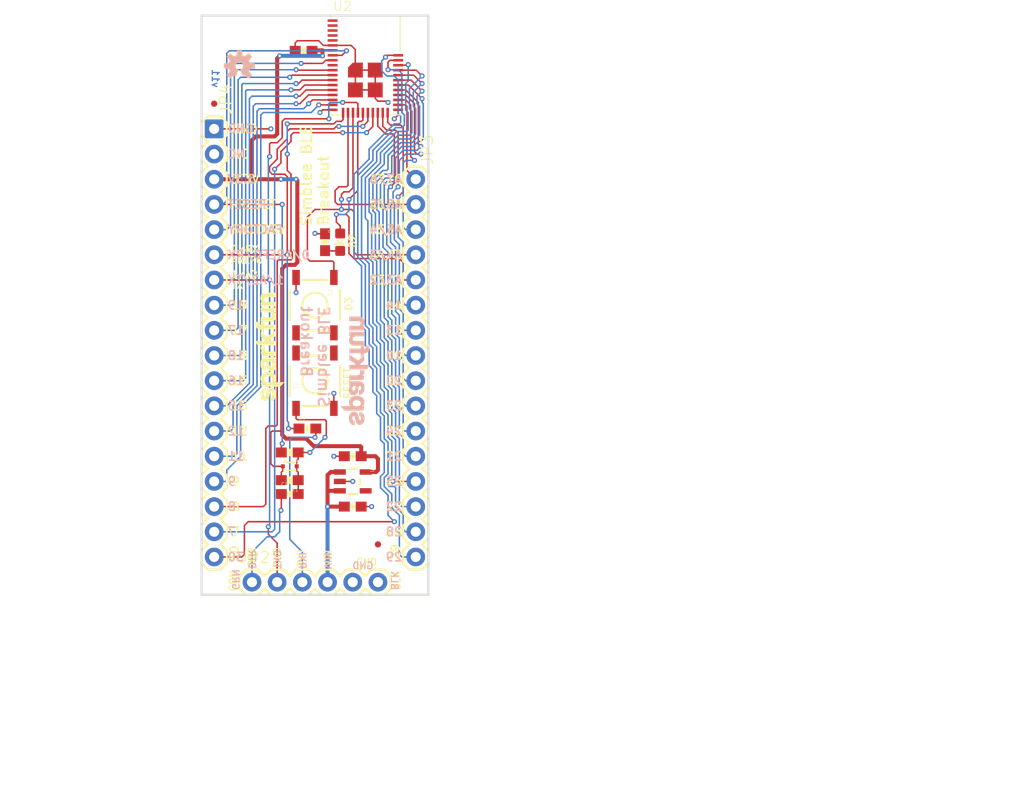
<source format=kicad_pcb>
(kicad_pcb (version 20211014) (generator pcbnew)
  (layers (0 "F.Cu" signal) (1 "In1.Cu" signal) (2 "In2.Cu" signal) (31 "B.Cu" signal) (34 "B.Paste" user) (35 "F.Paste" user) (36 "B.SilkS" user "B.Silkscreen") (37 "F.SilkS" user "F.Silkscreen") (38 "B.Mask" user) (39 "F.Mask" user) (44 "Edge.Cuts" user))
  (net 0 "")
  (net 1 "GND")
  (net 2 "3.3V")
  (net 3 "VIN")
  (net 4 "DTR")
  (net 5 "TXO")
  (net 6 "RXI")
  (net 7 "P0.14")
  (net 8 "P0.13")
  (net 9 "P0.10")
  (net 10 "P0.07")
  (net 11 "P0.02/AIN3")
  (net 12 "P0.05/AIN6")
  (net 13 "P0.08")
  (net 14 "P0.30")
  (net 15 "P0.29")
  (net 16 "P0.28")
  (net 17 "P0.25")
  (net 18 "P0.22")
  (net 19 "P0.21")
  (net 20 "P0.24")
  (net 21 "P0.23")
  (net 22 "P0.20")
  (net 23 "P0.04/AIN5")
  (net 24 "P0.06/AIN7")
  (net 25 "P0.09")
  (net 26 "P0.11")
  (net 27 "P0.12")
  (net 28 "P0.15")
  (net 29 "P0.16")
  (net 30 "P0.18")
  (net 31 "P0.17")
  (net 32 "P0.19")
  (net 33 "P0.03/AIN4")
  (net 34 "~{RESET}")
  (net 35 "SI_STRIP")
  (net 36 "RXI_PROTECTED")
  (net 37 "FACTORY")
  (net 38 "N$1")
  (net 39 "N$2")
  (footprint "boardEagle:1X06" (layer "F.Cu") (at 142.1511 132.9436)
    (fp_text reference "JP2")
    (fp_text value "")
  )
  (footprint "boardEagle:LED-0603" (layer "F.Cu") (at 151.0411 98.6536 180)
    (fp_text reference "D2")
    (fp_text value "RED")
  )
  (footprint "boardEagle:CREATIVE_COMMONS" (layer "F.Cu") (at 137.0711 154.5336)
    (fp_text reference "FRAME1" hide)
    (fp_text value "FRAME-LETTER" hide)
  )
  (footprint "boardEagle:0603-RES" (layer "F.Cu") (at 147.7391 117.4496)
    (fp_text reference "R2")
    (fp_text value "1K")
  )
  (footprint "boardEagle:MICRO-FIDUCIAL" (layer "F.Cu") (at 154.8511 129.1336)
    (fp_text reference "FID1" hide)
    (fp_text value "FIDUCIALUFIDUCIAL" hide)
  )
  (footprint "boardEagle:SOT23-5" (layer "F.Cu") (at 152.3111 122.7836 -90)
    (fp_text reference "U1")
    (fp_text value "ADP160")
  )
  (footprint "boardEagle:0603-CAP" (layer "F.Cu") (at 152.3111 120.2436 180)
    (fp_text reference "C2")
    (fp_text value "1.0uF")
  )
  (footprint "boardEagle:TACTILE-SWITCH-SMD" (layer "F.Cu") (at 148.5011 112.6236 90)
    (fp_text reference "S1")
    (fp_text value "SWITCH-MOMENTARY-2SMD")
  )
  (footprint "boardEagle:0603-CAP" (layer "F.Cu") (at 152.3111 125.3236)
    (fp_text reference "C3")
    (fp_text value "1.0uF")
  )
  (footprint "boardEagle:OSHW-LOGO-S" (layer "F.Cu") (at 140.8811 80.8736)
    (fp_text reference "LOGO2" hide)
    (fp_text value "OSHW-LOGOS" hide)
  )
  (footprint "boardEagle:RFD77101" (layer "F.Cu") (at 150.2791 76.3016)
    (fp_text reference "U2")
    (fp_text value "RFD77101")
  )
  (footprint "boardEagle:0603-RES" (layer "F.Cu") (at 145.9611 122.6566 180)
    (fp_text reference "R1")
    (fp_text value "10K")
  )
  (footprint "boardEagle:0603-CAP" (layer "F.Cu") (at 145.9611 124.0536)
    (fp_text reference "C4")
    (fp_text value "10nF")
  )
  (footprint "boardEagle:MICRO-FIDUCIAL" (layer "F.Cu") (at 138.3411 84.6836)
    (fp_text reference "FID2" hide)
    (fp_text value "FIDUCIALUFIDUCIAL" hide)
  )
  (footprint "boardEagle:SOD-523" (layer "F.Cu") (at 145.9611 121.2596 180)
    (fp_text reference "D1" hide)
    (fp_text value "RB751" hide)
  )
  (footprint "boardEagle:1X18" (layer "F.Cu") (at 138.3411 87.2236 -90)
    (fp_text reference "JP4")
    (fp_text value "")
  )
  (footprint "boardEagle:0603-RES" (layer "F.Cu") (at 145.9611 119.8626 180)
    (fp_text reference "R3")
    (fp_text value "100")
  )
  (footprint "boardEagle:SFE_LOGO_NAME_.1" (layer "F.Cu") (at 145.8341 115.1636 90)
    (fp_text reference "LOGO1" hide)
    (fp_text value "SFE_LOGO_NAME.1_INCH" hide)
  )
  (footprint "boardEagle:1X16" (layer "F.Cu") (at 158.6611 92.3036 -90)
    (fp_text reference "JP3")
    (fp_text value "")
  )
  (footprint "boardEagle:0603-RES" (layer "F.Cu") (at 149.5171 98.6536 -90)
    (fp_text reference "R4")
    (fp_text value "1K")
  )
  (footprint "boardEagle:TACTILE-SWITCH-SMD" (layer "F.Cu") (at 148.5011 105.0036 -90)
    (fp_text reference "S2")
    (fp_text value "SWITCH-MOMENTARY-2SMD")
  )
  (footprint "boardEagle:0603-CAP" (layer "F.Cu") (at 147.3581 79.3496 180)
    (fp_text reference "C1")
    (fp_text value "0.1uF")
  )
  (footprint "boardEagle:SFE_LOGO_NAME_.1" (layer "B.Cu") (at 150.6601 117.5766 90)
    (fp_text reference "LOGO3" hide)
    (fp_text value "SFE_LOGO_NAME.1_INCH" hide)
  )
  (footprint "boardEagle:OSHW-LOGO-S" (layer "B.Cu") (at 140.8811 80.8736 180)
    (fp_text reference "LOGO4" hide)
    (fp_text value "OSHW-LOGOS" hide)
  )
  (gr_line (start 137.0711 75.7936) (end 159.9311 75.7936) (layer "Edge.Cuts") (width 0.2032))
  (gr_line (start 159.9311 75.7936) (end 159.9311 134.2136) (layer "Edge.Cuts") (width 0.2032))
  (gr_line (start 137.0711 134.2136) (end 137.0711 75.7936) (layer "Edge.Cuts") (width 0.2032))
  (gr_line (start 159.9311 134.2136) (end 137.0711 134.2136) (layer "Edge.Cuts") (width 0.2032))
  (gr_text "v11" (at 138.4681 81.1276 -90) (layer "B.Cu") (effects (font (size 0.69088 0.69088) (thickness 0.12192)) (justify right mirror)))
  (gr_text "DTR" (at 142.1511 131.6736 -90) (layer "B.SilkS") (effects (font (size 0.69088 0.69088) (thickness 0.12192)) (justify left mirror)))
  (gr_text "A6/5" (at 157.3911 94.8436) (layer "B.SilkS") (effects (font (size 0.8636 0.8636) (thickness 0.1524)) (justify left mirror)))
  (gr_text "FACTORY" (at 139.6111 97.3836) (layer "B.SilkS") (effects (font (size 0.8636 0.8636) (thickness 0.1524)) (justify right mirror)))
  (gr_text "BLK" (at 156.5021 133.8326 -90) (layer "B.SilkS") (effects (font (size 0.69088 0.69088) (thickness 0.12192)) (justify left mirror)))
  (gr_text "29" (at 157.3911 130.4036) (layer "B.SilkS") (effects (font (size 0.8636 0.8636) (thickness 0.1524)) (justify left mirror)))
  (gr_text "16" (at 139.6111 112.6236) (layer "B.SilkS") (effects (font (size 0.8636 0.8636) (thickness 0.1524)) (justify right mirror)))
  (gr_text "VIN" (at 149.7711 131.6736 -90) (layer "B.SilkS") (effects (font (size 0.69088 0.69088) (thickness 0.12192)) (justify left mirror)))
  (gr_text "~RESET" (at 139.6111 94.8436) (layer "B.SilkS") (effects (font (size 0.8636 0.8636) (thickness 0.1524)) (justify right mirror)))
  (gr_text "11" (at 139.6111 120.2436) (layer "B.SilkS") (effects (font (size 0.8636 0.8636) (thickness 0.1524)) (justify right mirror)))
  (gr_text "GND" (at 154.4701 131.2926) (layer "B.SilkS") (effects (font (size 0.69088 0.69088) (thickness 0.12192)) (justify left mirror)))
  (gr_text "NC" (at 139.6111 89.7636) (layer "B.SilkS") (effects (font (size 0.8636 0.8636) (thickness 0.1524)) (justify right mirror)))
  (gr_text "7" (at 139.6111 127.8636) (layer "B.SilkS") (effects (font (size 0.8636 0.8636) (thickness 0.1524)) (justify right mirror)))
  (gr_text "28" (at 157.3911 127.8636) (layer "B.SilkS") (effects (font (size 0.8636 0.8636) (thickness 0.1524)) (justify left mirror)))
  (gr_text "17" (at 139.6111 107.5436) (layer "B.SilkS") (effects (font (size 0.8636 0.8636) (thickness 0.1524)) (justify right mirror)))
  (gr_text "TXO" (at 144.6911 131.6736 -90) (layer "B.SilkS") (effects (font (size 0.69088 0.69088) (thickness 0.12192)) (justify left mirror)))
  (gr_text "12" (at 139.6111 117.7036) (layer "B.SilkS") (effects (font (size 0.8636 0.8636) (thickness 0.1524)) (justify right mirror)))
  (gr_text "GND" (at 139.6111 87.2236) (layer "B.SilkS") (effects (font (size 0.8636 0.8636) (thickness 0.1524)) (justify right mirror)))
  (gr_text "18" (at 139.6111 110.0836) (layer "B.SilkS") (effects (font (size 0.8636 0.8636) (thickness 0.1524)) (justify right mirror)))
  (gr_text "25" (at 157.3911 122.7836) (layer "B.SilkS") (effects (font (size 0.8636 0.8636) (thickness 0.1524)) (justify left mirror)))
  (gr_text "Simblee BLE\nBreakout" (at 148.5011 105.0036 -90) (layer "B.SilkS") (effects (font (size 1.0795 1.0795) (thickness 0.1905)) (justify right mirror)))
  (gr_text "A3/2" (at 157.3911 102.4636) (layer "B.SilkS") (effects (font (size 0.8636 0.8636) (thickness 0.1524)) (justify left mirror)))
  (gr_text "9" (at 139.6111 122.7836) (layer "B.SilkS") (effects (font (size 0.8636 0.8636) (thickness 0.1524)) (justify right mirror)))
  (gr_text "0/AREF0/RX" (at 139.6111 99.9236) (layer "B.SilkS") (effects (font (size 0.8636 0.8636) (thickness 0.1524)) (justify right mirror)))
  (gr_text "23" (at 157.3911 115.1636) (layer "B.SilkS") (effects (font (size 0.8636 0.8636) (thickness 0.1524)) (justify left mirror)))
  (gr_text "15" (at 139.6111 115.1636) (layer "B.SilkS") (effects (font (size 0.8636 0.8636) (thickness 0.1524)) (justify right mirror)))
  (gr_text "8" (at 139.6111 125.3236) (layer "B.SilkS") (effects (font (size 0.8636 0.8636) (thickness 0.1524)) (justify right mirror)))
  (gr_text "30" (at 139.6111 130.4036) (layer "B.SilkS") (effects (font (size 0.8636 0.8636) (thickness 0.1524)) (justify right mirror)))
  (gr_text "22" (at 157.3911 125.3236) (layer "B.SilkS") (effects (font (size 0.8636 0.8636) (thickness 0.1524)) (justify left mirror)))
  (gr_text "10" (at 157.3911 110.0836) (layer "B.SilkS") (effects (font (size 0.8636 0.8636) (thickness 0.1524)) (justify left mirror)))
  (gr_text "A7/6" (at 157.3911 92.3036) (layer "B.SilkS") (effects (font (size 0.8636 0.8636) (thickness 0.1524)) (justify left mirror)))
  (gr_text "1/A2/TX" (at 139.6111 102.4636) (layer "B.SilkS") (effects (font (size 0.8636 0.8636) (thickness 0.1524)) (justify right mirror)))
  (gr_text "13" (at 157.3911 107.5436) (layer "B.SilkS") (effects (font (size 0.8636 0.8636) (thickness 0.1524)) (justify left mirror)))
  (gr_text "3.3V" (at 139.6111 92.3036) (layer "B.SilkS") (effects (font (size 0.8636 0.8636) (thickness 0.1524)) (justify right mirror)))
  (gr_text "20" (at 157.3911 112.6236) (layer "B.SilkS") (effects (font (size 0.8636 0.8636) (thickness 0.1524)) (justify left mirror)))
  (gr_text "GRN" (at 140.5001 133.8326 -90) (layer "B.SilkS") (effects (font (size 0.69088 0.69088) (thickness 0.12192)) (justify left mirror)))
  (gr_text "A5/4" (at 157.3911 97.3836) (layer "B.SilkS") (effects (font (size 0.8636 0.8636) (thickness 0.1524)) (justify left mirror)))
  (gr_text "24" (at 157.3911 117.7036) (layer "B.SilkS") (effects (font (size 0.8636 0.8636) (thickness 0.1524)) (justify left mirror)))
  (gr_text "19" (at 139.6111 105.0036) (layer "B.SilkS") (effects (font (size 0.8636 0.8636) (thickness 0.1524)) (justify right mirror)))
  (gr_text "RXI" (at 147.2311 131.6736 -90) (layer "B.SilkS") (effects (font (size 0.69088 0.69088) (thickness 0.12192)) (justify left mirror)))
  (gr_text "A4/3" (at 157.3911 99.9236) (layer "B.SilkS") (effects (font (size 0.8636 0.8636) (thickness 0.1524)) (justify left mirror)))
  (gr_text "14" (at 157.3911 105.0036) (layer "B.SilkS") (effects (font (size 0.8636 0.8636) (thickness 0.1524)) (justify left mirror)))
  (gr_text "21" (at 157.3911 120.2436) (layer "B.SilkS") (effects (font (size 0.8636 0.8636) (thickness 0.1524)) (justify left mirror)))
  (gr_text "Simblee BLE\nBreakout" (at 148.5011 97.1296 90) (layer "F.SilkS") (effects (font (size 1.0795 1.0795) (thickness 0.1905)) (justify left)))
  (gr_text "0/RX\nAREF0" (at 139.9921 99.9236) (layer "F.SilkS") (effects (font (size 0.69088 0.69088) (thickness 0.12192)) (justify left)))
  (gr_text "16" (at 139.9921 112.6236) (layer "F.SilkS") (effects (font (size 0.8636 0.8636) (thickness 0.1524)) (justify left)))
  (gr_text "30" (at 140.3731 129.1336 90) (layer "F.SilkS") (effects (font (size 0.8636 0.8636) (thickness 0.1524)) (justify right)))
  (gr_text "RXI" (at 147.1041 131.4196 90) (layer "F.SilkS") (effects (font (size 0.69088 0.69088) (thickness 0.12192)) (justify left)))
  (gr_text "GND" (at 139.9921 87.2236) (layer "F.SilkS") (effects (font (size 0.8636 0.8636) (thickness 0.1524)) (justify left)))
  (gr_text "18" (at 139.9921 110.0836) (layer "F.SilkS") (effects (font (size 0.8636 0.8636) (thickness 0.1524)) (justify left)))
  (gr_text "13" (at 157.3911 107.5436) (layer "F.SilkS") (effects (font (size 0.8636 0.8636) (thickness 0.1524)) (justify right)))
  (gr_text "23" (at 157.3911 115.1636) (layer "F.SilkS") (effects (font (size 0.8636 0.8636) (thickness 0.1524)) (justify right)))
  (gr_text "A5/4" (at 157.3911 97.3836) (layer "F.SilkS") (effects (font (size 0.8636 0.8636) (thickness 0.1524)) (justify right)))
  (gr_text "20" (at 157.3911 112.6236) (layer "F.SilkS") (effects (font (size 0.8636 0.8636) (thickness 0.1524)) (justify right)))
  (gr_text "24" (at 157.3911 117.7036) (layer "F.SilkS") (effects (font (size 0.8636 0.8636) (thickness 0.1524)) (justify right)))
  (gr_text "GND" (at 152.5651 130.9116) (layer "F.SilkS") (effects (font (size 0.69088 0.69088) (thickness 0.12192)) (justify left)))
  (gr_text "9" (at 139.9921 122.7836) (layer "F.SilkS") (effects (font (size 0.8636 0.8636) (thickness 0.1524)) (justify left)))
  (gr_text "RESET" (at 152.1841 114.5286 90) (layer "F.SilkS") (effects (font (size 0.69088 0.69088) (thickness 0.12192)) (justify left bottom)))
  (gr_text "17" (at 139.9921 107.5436) (layer "F.SilkS") (effects (font (size 0.8636 0.8636) (thickness 0.1524)) (justify left)))
  (gr_text "A7/6" (at 157.3911 92.3036) (layer "F.SilkS") (effects (font (size 0.8636 0.8636) (thickness 0.1524)) (justify right)))
  (gr_text "VIN" (at 149.7711 131.4196 90) (layer "F.SilkS") (effects (font (size 0.69088 0.69088) (thickness 0.12192)) (justify left)))
  (gr_text "BLK" (at 156.7561 133.8326 90) (layer "F.SilkS") (effects (font (size 0.69088 0.69088) (thickness 0.12192)) (justify left)))
  (gr_text "D2" (at 152.6921 99.2886 90) (layer "F.SilkS") (effects (font (size 0.69088 0.69088) (thickness 0.12192)) (justify left bottom)))
  (gr_text "FACTORY" (at 139.9921 97.3836) (layer "F.SilkS") (effects (font (size 0.8636 0.8636) (thickness 0.1524)) (justify left)))
  (gr_text "11" (at 139.9921 120.2436) (layer "F.SilkS") (effects (font (size 0.8636 0.8636) (thickness 0.1524)) (justify left)))
  (gr_text "1/A2\nTX" (at 139.9921 102.4636) (layer "F.SilkS") (effects (font (size 0.69088 0.69088) (thickness 0.12192)) (justify left)))
  (gr_text "NC" (at 139.9921 89.7636) (layer "F.SilkS") (effects (font (size 0.8636 0.8636) (thickness 0.1524)) (justify left)))
  (gr_text "8" (at 139.9921 125.3236) (layer "F.SilkS") (effects (font (size 0.8636 0.8636) (thickness 0.1524)) (justify left)))
  (gr_text "A4/3" (at 157.3911 99.9236) (layer "F.SilkS") (effects (font (size 0.8636 0.8636) (thickness 0.1524)) (justify right)))
  (gr_text "22" (at 157.3911 125.3236) (layer "F.SilkS") (effects (font (size 0.8636 0.8636) (thickness 0.1524)) (justify right)))
  (gr_text "~RESET" (at 139.9921 94.8436) (layer "F.SilkS") (effects (font (size 0.8636 0.8636) (thickness 0.1524)) (justify left)))
  (gr_text "7" (at 139.9921 127.8636) (layer "F.SilkS") (effects (font (size 0.8636 0.8636) (thickness 0.1524)) (justify left)))
  (gr_text "A3/2" (at 157.3911 102.4636) (layer "F.SilkS") (effects (font (size 0.8636 0.8636) (thickness 0.1524)) (justify right)))
  (gr_text "TXO" (at 144.6911 131.4196 90) (layer "F.SilkS") (effects (font (size 0.69088 0.69088) (thickness 0.12192)) (justify left)))
  (gr_text "12" (at 139.9921 117.7036) (layer "F.SilkS") (effects (font (size 0.8636 0.8636) (thickness 0.1524)) (justify left)))
  (gr_text "29" (at 156.6291 129.0066 90) (layer "F.SilkS") (effects (font (size 0.8636 0.8636) (thickness 0.1524)) (justify right)))
  (gr_text "DTR" (at 142.1511 131.4196 90) (layer "F.SilkS") (effects (font (size 0.69088 0.69088) (thickness 0.12192)) (justify left)))
  (gr_text "21" (at 157.3911 120.2436) (layer "F.SilkS") (effects (font (size 0.8636 0.8636) (thickness 0.1524)) (justify right)))
  (gr_text "D3" (at 152.3111 105.6386 90) (layer "F.SilkS") (effects (font (size 0.69088 0.69088) (thickness 0.12192)) (justify left bottom)))
  (gr_text "10" (at 157.3911 110.0836) (layer "F.SilkS") (effects (font (size 0.8636 0.8636) (thickness 0.1524)) (justify right)))
  (gr_text "GRN" (at 140.2461 133.9596 90) (layer "F.SilkS") (effects (font (size 0.69088 0.69088) (thickness 0.12192)) (justify left)))
  (gr_text "A6/5" (at 157.3911 94.8436) (layer "F.SilkS") (effects (font (size 0.8636 0.8636) (thickness 0.1524)) (justify right)))
  (gr_text "28" (at 157.3911 127.8636) (layer "F.SilkS") (effects (font (size 0.8636 0.8636) (thickness 0.1524)) (justify right)))
  (gr_text "25" (at 157.3911 122.7836) (layer "F.SilkS") (effects (font (size 0.8636 0.8636) (thickness 0.1524)) (justify right)))
  (gr_text "19" (at 139.9921 105.0036) (layer "F.SilkS") (effects (font (size 0.8636 0.8636) (thickness 0.1524)) (justify left)))
  (gr_text "14" (at 157.3911 105.0036) (layer "F.SilkS") (effects (font (size 0.8636 0.8636) (thickness 0.1524)) (justify right)))
  (gr_text "15" (at 139.9921 115.1636) (layer "F.SilkS") (effects (font (size 0.8636 0.8636) (thickness 0.1524)) (justify left)))
  (gr_text "3.3V" (at 139.9921 92.3036) (layer "F.SilkS") (effects (font (size 0.8636 0.8636) (thickness 0.1524)) (justify left)))
  (segment (start 148.8821 78.3336) (end 149.3501 78.8016) (width 0.1524) (layer "F.Cu") (net 1))
  (segment (start 150.2791 78.8016) (end 152.1441 78.8016) (width 0.1524) (layer "F.Cu") (net 1))
  (segment (start 154.5791 83.2916) (end 154.5791 84.1576) (width 0.1524) (layer "F.Cu") (net 1))
  (segment (start 150.2791 78.8016) (end 149.3501 78.8016) (width 0.1524) (layer "F.Cu") (net 1))
  (segment (start 156.8891 85.3016) (end 156.8891 85.8206) (width 0.1524) (layer "F.Cu") (net 1))
  (segment (start 146.5081 79.3496) (end 146.5081 78.5486) (width 0.1524) (layer "F.Cu") (net 1))
  (segment (start 154.5791 83.2916) (end 152.5791 83.2916) (width 0.1524) (layer "F.Cu") (net 1))
  (segment (start 146.5961 102.2096) (end 146.5961 103.7336) (width 0.1524) (layer "F.Cu") (net 1))
  (segment (start 151.011 122.7836) (end 152.3111 122.7836) (width 0.1524) (layer "F.Cu") (net 1))
  (segment (start 152.5651 79.2226) (end 152.5651 81.2776) (width 0.1524) (layer "F.Cu") (net 1))
  (segment (start 146.7231 78.3336) (end 148.8821 78.3336) (width 0.1524) (layer "F.Cu") (net 1))
  (segment (start 148.5401 97.8036) (end 148.5011 97.7646) (width 0.1524) (layer "F.Cu") (net 1))
  (segment (start 155.7401 84.4296) (end 155.8671 84.5566) (width 0.1524) (layer "F.Cu") (net 1))
  (segment (start 156.8891 85.8206) (end 156.5021 86.2076) (width 0.1524) (layer "F.Cu") (net 1))
  (segment (start 153.1611 125.3236) (end 154.2161 125.3236) (width 0.1524) (layer "F.Cu") (net 1))
  (segment (start 154.8511 84.4296) (end 155.7401 84.4296) (width 0.1524) (layer "F.Cu") (net 1))
  (segment (start 149.2801 85.3016) (end 149.0091 85.5726) (width 0.1524) (layer "F.Cu") (net 1))
  (segment (start 152.5791 81.2916) (end 154.4331 81.2916) (width 0.1524) (layer "F.Cu") (net 1))
  (segment (start 150.4061 115.4176) (end 150.4061 113.8936) (width 0.1524) (layer "F.Cu") (net 1))
  (segment (start 152.5791 81.2916) (end 152.5791 83.2916) (width 0.1524) (layer "F.Cu") (net 1))
  (segment (start 149.5171 97.8036) (end 148.5401 97.8036) (width 0.1524) (layer "F.Cu") (net 1))
  (segment (start 138.3411 87.2236) (end 144.0561 87.2236) (width 0.1524) (layer "F.Cu") (net 1))
  (segment (start 154.5791 81.2916) (end 154.5791 83.2916) (width 0.1524) (layer "F.Cu") (net 1))
  (segment (start 150.2791 85.3016) (end 149.2801 85.3016) (width 0.1524) (layer "F.Cu") (net 1))
  (segment (start 152.5651 81.2776) (end 152.5791 81.2916) (width 0.1524) (layer "F.Cu") (net 1))
  (segment (start 151.4611 120.2436) (end 150.4061 120.2436) (width 0.1524) (layer "F.Cu") (net 1))
  (segment (start 146.5081 78.5486) (end 146.7231 78.3336) (width 0.1524) (layer "F.Cu") (net 1))
  (segment (start 154.5791 84.1576) (end 154.8511 84.4296) (width 0.1524) (layer "F.Cu") (net 1))
  (segment (start 154.4331 81.2916) (end 154.8511 80.8736) (width 0.1524) (layer "F.Cu") (net 1))
  (segment (start 152.1441 78.8016) (end 152.5651 79.2226) (width 0.1524) (layer "F.Cu") (net 1))
  (via (at 155.8671 84.5566) (size 0.508) (drill 0.254) (layers "F.Cu" "B.Cu") (net 1))
  (via (at 154.2161 125.3236) (size 0.508) (drill 0.254) (layers "F.Cu" "B.Cu") (net 1))
  (via (at 152.3111 122.7836) (size 0.508) (drill 0.254) (layers "F.Cu" "B.Cu") (net 1))
  (via (at 146.5961 103.7336) (size 0.508) (drill 0.254) (layers "F.Cu" "B.Cu") (net 1))
  (via (at 150.4061 120.2436) (size 0.508) (drill 0.254) (layers "F.Cu" "B.Cu") (net 1))
  (via (at 148.5011 97.7646) (size 0.508) (drill 0.254) (layers "F.Cu" "B.Cu") (net 1))
  (via (at 144.0561 87.2236) (size 0.508) (drill 0.254) (layers "F.Cu" "B.Cu") (net 1))
  (via (at 156.5021 86.2076) (size 0.508) (drill 0.254) (layers "F.Cu" "B.Cu") (net 1))
  (via (at 150.4061 113.8936) (size 0.508) (drill 0.254) (layers "F.Cu" "B.Cu") (net 1))
  (via (at 149.0091 85.5726) (size 0.508) (drill 0.254) (layers "F.Cu" "B.Cu") (net 1))
  (segment (start 144.0561 117.8306) (end 144.1831 117.7036) (width 0.1524) (layer "F.Cu") (net 2))
  (segment (start 145.1111 121.8556) (end 145.2611 121.7056) (width 0.1524) (layer "F.Cu") (net 2))
  (segment (start 149.2631 79.3016) (end 148.2561 79.3016) (width 0.4064) (layer "F.Cu") (net 2))
  (segment (start 146.7231 92.4306) (end 146.5961 92.3036) (width 0.4064) (layer "F.Cu") (net 2))
  (segment (start 153.0731 119.2276) (end 148.3741 119.2276) (width 0.4064) (layer "F.Cu") (net 2))
  (segment (start 153.6112 121.8336) (end 154.6581 121.8336) (width 0.4064) (layer "F.Cu") (net 2))
  (segment (start 146.4691 100.9396) (end 146.7231 100.6856) (width 0.4064) (layer "F.Cu") (net 2))
  (segment (start 145.1991 101.3206) (end 145.5801 100.9396) (width 0.4064) (layer "F.Cu") (net 2))
  (segment (start 146.7231 100.6856) (end 146.7231 92.4306) (width 0.4064) (layer "F.Cu") (net 2))
  (segment (start 148.2561 79.3016) (end 148.2081 79.3496) (width 0.1524) (layer "F.Cu") (net 2))
  (segment (start 145.1111 122.6566) (end 145.1111 121.8556) (width 0.1524) (layer "F.Cu") (net 2))
  (segment (start 145.2611 121.2596) (end 145.2611 121.7056) (width 0.1524) (layer "F.Cu") (net 2))
  (segment (start 153.1611 119.3156) (end 153.0731 119.2276) (width 0.4064) (layer "F.Cu") (net 2))
  (segment (start 142.5321 87.9856) (end 144.4371 87.9856) (width 0.4064) (layer "F.Cu") (net 2))
  (segment (start 145.2611 121.2596) (end 144.3101 121.2596) (width 0.1524) (layer "F.Cu") (net 2))
  (segment (start 147.6121 118.4656) (end 145.5801 118.4656) (width 0.4064) (layer "F.Cu") (net 2))
  (segment (start 144.6911 87.7316) (end 144.6911 80.1116) (width 0.4064) (layer "F.Cu") (net 2))
  (segment (start 154.6581 121.8336) (end 154.8511 121.6406) (width 0.4064) (layer "F.Cu") (net 2))
  (segment (start 144.4371 87.9856) (end 144.6911 87.7316) (width 0.4064) (layer "F.Cu") (net 2))
  (segment (start 145.1991 118.0846) (end 145.1991 117.7036) (width 0.4064) (layer "F.Cu") (net 2))
  (segment (start 145.5801 118.4656) (end 145.1991 118.0846) (width 0.4064) (layer "F.Cu") (net 2))
  (segment (start 154.8511 121.6406) (end 154.8511 120.4976) (width 0.4064) (layer "F.Cu") (net 2))
  (segment (start 144.6911 80.1116) (end 144.9451 79.8576) (width 0.4064) (layer "F.Cu") (net 2))
  (segment (start 145.1991 117.7036) (end 145.1991 101.3206) (width 0.4064) (layer "F.Cu") (net 2))
  (segment (start 154.8511 120.4976) (end 154.5971 120.2436) (width 0.4064) (layer "F.Cu") (net 2))
  (segment (start 154.5971 120.2436) (end 153.1611 120.2436) (width 0.4064) (layer "F.Cu") (net 2))
  (segment (start 142.1511 92.3036) (end 138.3411 92.3036) (width 0.4064) (layer "F.Cu") (net 2))
  (segment (start 144.3101 121.2596) (end 144.0561 121.0056) (width 0.1524) (layer "F.Cu") (net 2))
  (segment (start 149.2631 79.8576) (end 149.2631 79.3016) (width 0.4064) (layer "F.Cu") (net 2))
  (segment (start 144.0561 121.0056) (end 144.0561 117.8306) (width 0.1524) (layer "F.Cu") (net 2))
  (segment (start 145.5801 100.9396) (end 146.4691 100.9396) (width 0.4064) (layer "F.Cu") (net 2))
  (segment (start 150.2791 79.3016) (end 149.2631 79.3016) (width 0.254) (layer "F.Cu") (net 2))
  (segment (start 145.0721 92.3036) (end 142.1511 92.3036) (width 0.4064) (layer "F.Cu") (net 2))
  (segment (start 153.1611 120.2436) (end 153.1611 119.3156) (width 0.4064) (layer "F.Cu") (net 2))
  (segment (start 148.3741 119.2276) (end 147.6121 118.4656) (width 0.4064) (layer "F.Cu") (net 2))
  (segment (start 144.1831 117.7036) (end 145.1991 117.7036) (width 0.1524) (layer "F.Cu") (net 2))
  (segment (start 142.1511 92.3036) (end 142.1511 88.3666) (width 0.4064) (layer "F.Cu") (net 2))
  (segment (start 142.1511 88.3666) (end 142.5321 87.9856) (width 0.4064) (layer "F.Cu") (net 2))
  (via (at 149.2631 79.8576) (size 0.508) (drill 0.254) (layers "F.Cu" "B.Cu") (net 2))
  (via (at 146.5961 92.3036) (size 0.508) (drill 0.254) (layers "F.Cu" "B.Cu") (net 2))
  (via (at 145.0721 92.3036) (size 0.508) (drill 0.254) (layers "F.Cu" "B.Cu") (net 2))
  (via (at 144.9451 79.8576) (size 0.508) (drill 0.254) (layers "F.Cu" "B.Cu") (net 2))
  (segment (start 146.5961 92.3036) (end 145.0721 92.3036) (width 0.4064) (layer "B.Cu") (net 2))
  (segment (start 144.9451 79.8576) (end 149.2631 79.8576) (width 0.4064) (layer "B.Cu") (net 2))
  (segment (start 150.0861 121.8336) (end 149.7711 122.1486) (width 0.4064) (layer "F.Cu") (net 3))
  (segment (start 149.7711 125.3236) (end 151.4611 125.3236) (width 0.4064) (layer "F.Cu") (net 3))
  (segment (start 149.7711 123.7996) (end 149.7711 125.3236) (width 0.4064) (layer "F.Cu") (net 3))
  (segment (start 151.011 123.7336) (end 149.8371 123.7336) (width 0.4064) (layer "F.Cu") (net 3))
  (segment (start 151.011 121.8336) (end 150.0861 121.8336) (width 0.4064) (layer "F.Cu") (net 3))
  (segment (start 149.8371 123.7336) (end 149.7711 123.7996) (width 0.1524) (layer "F.Cu") (net 3))
  (segment (start 149.7711 122.1486) (end 149.7711 123.7996) (width 0.4064) (layer "F.Cu") (net 3))
  (via (at 149.7711 125.3236) (size 0.508) (drill 0.254) (layers "F.Cu" "B.Cu") (net 3))
  (segment (start 149.7711 132.9436) (end 149.7711 125.3236) (width 0.4064) (layer "B.Cu") (net 3))
  (segment (start 145.1111 125.6656) (end 145.0721 125.7046) (width 0.1524) (layer "F.Cu") (net 4))
  (segment (start 145.1111 124.0536) (end 145.1111 125.6656) (width 0.1524) (layer "F.Cu") (net 4))
  (via (at 145.0721 125.7046) (size 0.508) (drill 0.254) (layers "F.Cu" "B.Cu") (net 4))
  (segment (start 143.6751 128.3716) (end 144.4371 128.3716) (width 0.1524) (layer "B.Cu") (net 4))
  (segment (start 144.4371 128.3716) (end 144.9451 127.8636) (width 0.1524) (layer "B.Cu") (net 4))
  (segment (start 144.9451 125.8316) (end 145.0721 125.7046) (width 0.1524) (layer "B.Cu") (net 4))
  (segment (start 143.6751 128.3716) (end 142.1511 129.8956) (width 0.1524) (layer "B.Cu") (net 4))
  (segment (start 142.1511 129.8956) (end 142.1511 132.9436) (width 0.1524) (layer "B.Cu") (net 4))
  (segment (start 144.9451 127.8636) (end 144.9451 125.8316) (width 0.1524) (layer "B.Cu") (net 4))
  (segment (start 144.6911 88.6206) (end 144.0561 88.6206) (width 0.1524) (layer "F.Cu") (net 5))
  (segment (start 143.9291 88.7476) (end 143.9291 90.0176) (width 0.1524) (layer "F.Cu") (net 5))
  (segment (start 145.1991 88.1126) (end 144.6911 88.6206) (width 0.1524) (layer "F.Cu") (net 5))
  (segment (start 143.8021 127.3556) (end 143.8021 128.1176) (width 0.1524) (layer "F.Cu") (net 5))
  (segment (start 152.6921 84.5566) (end 151.2951 84.5566) (width 0.1524) (layer "F.Cu") (net 5))
  (segment (start 144.6911 129.0066) (end 144.6911 132.9436) (width 0.1524) (layer "F.Cu") (net 5))
  (segment (start 145.4531 86.2076) (end 145.1991 86.4616) (width 0.1524) (layer "F.Cu") (net 5))
  (segment (start 152.8341 85.5916) (end 152.8341 84.6986) (width 0.1524) (layer "F.Cu") (net 5))
  (segment (start 143.8021 128.1176) (end 144.6911 129.0066) (width 0.1524) (layer "F.Cu") (net 5))
  (segment (start 145.1991 86.4616) (end 145.1991 88.1126) (width 0.1524) (layer "F.Cu") (net 5))
  (segment (start 149.8981 86.2076) (end 145.4531 86.2076) (width 0.1524) (layer "F.Cu") (net 5))
  (segment (start 152.8341 84.6986) (end 152.6921 84.5566) (width 0.1524) (layer "F.Cu") (net 5))
  (segment (start 144.0561 88.6206) (end 143.9291 88.7476) (width 0.1524) (layer "F.Cu") (net 5))
  (segment (start 143.9291 102.4636) (end 138.3411 102.4636) (width 0.1524) (layer "F.Cu") (net 5))
  (via (at 143.9291 90.0176) (size 0.508) (drill 0.254) (layers "F.Cu" "B.Cu") (net 5))
  (via (at 143.9291 102.4636) (size 0.508) (drill 0.254) (layers "F.Cu" "B.Cu") (net 5))
  (via (at 149.8981 86.2076) (size 0.508) (drill 0.254) (layers "F.Cu" "B.Cu") (net 5))
  (via (at 143.8021 127.3556) (size 0.508) (drill 0.254) (layers "F.Cu" "B.Cu") (net 5))
  (via (at 151.2951 84.5566) (size 0.508) (drill 0.254) (layers "F.Cu" "B.Cu") (net 5))
  (segment (start 151.2951 84.5566) (end 150.0251 84.5566) (width 0.1524) (layer "B.Cu") (net 5))
  (segment (start 150.0251 84.5566) (end 149.8981 84.6836) (width 0.1524) (layer "B.Cu") (net 5))
  (segment (start 143.8021 90.2716) (end 143.8021 102.3366) (width 0.1524) (layer "B.Cu") (net 5))
  (segment (start 149.8981 84.6836) (end 149.8981 86.2076) (width 0.1524) (layer "B.Cu") (net 5))
  (segment (start 143.9291 90.1446) (end 143.8021 90.2716) (width 0.1524) (layer "B.Cu") (net 5))
  (segment (start 143.8021 102.3366) (end 143.9291 102.4636) (width 0.1524) (layer "B.Cu") (net 5))
  (segment (start 143.9291 127.2286) (end 143.8021 127.3556) (width 0.1524) (layer "B.Cu") (net 5))
  (segment (start 143.9291 102.4636) (end 143.9291 127.2286) (width 0.1524) (layer "B.Cu") (net 5))
  (segment (start 143.9291 90.0176) (end 143.9291 90.1446) (width 0.1524) (layer "B.Cu") (net 5))
  (segment (start 148.5891 117.4496) (end 148.5891 118.2506) (width 0.1524) (layer "F.Cu") (net 6))
  (segment (start 148.5891 118.2506) (end 148.5011 118.3386) (width 0.1524) (layer "F.Cu") (net 6))
  (via (at 148.5011 118.3386) (size 0.508) (drill 0.254) (layers "F.Cu" "B.Cu") (net 6))
  (segment (start 146.2151 118.3386) (end 148.5011 118.3386) (width 0.1524) (layer "B.Cu") (net 6))
  (segment (start 147.2311 129.8956) (end 147.2311 132.9436) (width 0.1524) (layer "B.Cu") (net 6))
  (segment (start 145.9611 128.6256) (end 147.2311 129.8956) (width 0.1524) (layer "B.Cu") (net 6))
  (segment (start 145.9611 118.5926) (end 146.2151 118.3386) (width 0.1524) (layer "B.Cu") (net 6))
  (segment (start 145.9611 128.6256) (end 145.9611 118.5926) (width 0.1524) (layer "B.Cu") (net 6))
  (segment (start 156.1211 86.8426) (end 157.1371 86.8426) (width 0.1524) (layer "F.Cu") (net 7))
  (segment (start 155.8341 85.5916) (end 155.8341 86.5556) (width 0.1524) (layer "F.Cu") (net 7))
  (segment (start 155.8341 86.5556) (end 156.1211 86.8426) (width 0.1524) (layer "F.Cu") (net 7))
  (segment (start 157.1371 86.8426) (end 157.3911 87.0966) (width 0.1524) (layer "F.Cu") (net 7))
  (segment (start 157.3911 87.0966) (end 157.3911 93.5736) (width 0.1524) (layer "F.Cu") (net 7))
  (segment (start 157.3911 93.5736) (end 156.8831 94.0816) (width 0.1524) (layer "F.Cu") (net 7))
  (via (at 156.8831 94.0816) (size 0.508) (drill 0.254) (layers "F.Cu" "B.Cu") (net 7))
  (segment (start 157.3911 104.7496) (end 157.6451 105.0036) (width 0.1524) (layer "B.Cu") (net 7))
  (segment (start 156.8831 98.1456) (end 157.3911 98.6536) (width 0.1524) (layer "B.Cu") (net 7))
  (segment (start 157.3911 98.6536) (end 157.3911 104.7496) (width 0.1524) (layer "B.Cu") (net 7))
  (segment (start 156.8831 94.0816) (end 156.8831 98.1456) (width 0.1524) (layer "B.Cu") (net 7))
  (segment (start 157.6451 105.0036) (end 158.6611 105.0036) (width 0.1524) (layer "B.Cu") (net 7))
  (segment (start 156.6291 87.3506) (end 156.8831 87.6046) (width 0.1524) (layer "F.Cu") (net 8))
  (segment (start 156.8831 87.6046) (end 156.8831 93.0656) (width 0.1524) (layer "F.Cu") (net 8))
  (segment (start 155.7401 87.3506) (end 156.6291 87.3506) (width 0.1524) (layer "F.Cu") (net 8))
  (segment (start 155.3341 86.9446) (end 155.7401 87.3506) (width 0.1524) (layer "F.Cu") (net 8))
  (segment (start 155.3341 85.5916) (end 155.3341 86.9446) (width 0.1524) (layer "F.Cu") (net 8))
  (via (at 156.8831 93.0656) (size 0.508) (drill 0.254) (layers "F.Cu" "B.Cu") (net 8))
  (segment (start 157.3911 105.7656) (end 157.3911 107.4166) (width 0.1524) (layer "B.Cu") (net 8))
  (segment (start 157.3911 107.4166) (end 157.5181 107.5436) (width 0.1524) (layer "B.Cu") (net 8))
  (segment (start 156.3751 93.5736) (end 156.3751 94.5896) (width 0.1524) (layer "B.Cu") (net 8))
  (segment (start 157.0101 105.3846) (end 157.3911 105.7656) (width 0.1524) (layer "B.Cu") (net 8))
  (segment (start 157.5181 107.5436) (end 158.6611 107.5436) (width 0.1524) (layer "B.Cu") (net 8))
  (segment (start 157.0101 98.9076) (end 157.0101 105.3846) (width 0.1524) (layer "B.Cu") (net 8))
  (segment (start 156.8831 93.0656) (end 156.3751 93.5736) (width 0.1524) (layer "B.Cu") (net 8))
  (segment (start 156.3751 94.5896) (end 156.5021 94.7166) (width 0.1524) (layer "B.Cu") (net 8))
  (segment (start 156.5021 98.3996) (end 157.0101 98.9076) (width 0.1524) (layer "B.Cu") (net 8))
  (segment (start 156.5021 94.7166) (end 156.5021 98.3996) (width 0.1524) (layer "B.Cu") (net 8))
  (segment (start 156.5021 87.8586) (end 156.5021 92.6846) (width 0.1524) (layer "F.Cu") (net 9))
  (segment (start 154.8341 85.5916) (end 154.8341 86.9526) (width 0.1524) (layer "F.Cu") (net 9))
  (segment (start 156.3751 87.7316) (end 156.5021 87.8586) (width 0.1524) (layer "F.Cu") (net 9))
  (segment (start 154.8341 86.9526) (end 155.6131 87.7316) (width 0.1524) (layer "F.Cu") (net 9))
  (segment (start 155.6131 87.7316) (end 156.3751 87.7316) (width 0.1524) (layer "F.Cu") (net 9))
  (segment (start 156.5021 92.6846) (end 156.1211 93.0656) (width 0.1524) (layer "F.Cu") (net 9))
  (via (at 156.1211 93.0656) (size 0.508) (drill 0.254) (layers "F.Cu" "B.Cu") (net 9))
  (segment (start 156.1211 94.9706) (end 156.1211 98.6536) (width 0.1524) (layer "B.Cu") (net 9))
  (segment (start 157.0101 107.6706) (end 157.3911 108.0516) (width 0.1524) (layer "B.Cu") (net 9))
  (segment (start 157.0101 106.0196) (end 157.0101 107.6706) (width 0.1524) (layer "B.Cu") (net 9))
  (segment (start 156.6291 105.6386) (end 157.0101 106.0196) (width 0.1524) (layer "B.Cu") (net 9))
  (segment (start 155.8671 93.3196) (end 155.8671 94.7166) (width 0.1524) (layer "B.Cu") (net 9))
  (segment (start 155.8671 94.7166) (end 156.1211 94.9706) (width 0.1524) (layer "B.Cu") (net 9))
  (segment (start 156.1211 98.6536) (end 156.6291 99.1616) (width 0.1524) (layer "B.Cu") (net 9))
  (segment (start 157.6451 110.0836) (end 158.6611 110.0836) (width 0.1524) (layer "B.Cu") (net 9))
  (segment (start 156.6291 99.1616) (end 156.6291 105.6386) (width 0.1524) (layer "B.Cu") (net 9))
  (segment (start 156.1211 93.0656) (end 155.8671 93.3196) (width 0.1524) (layer "B.Cu") (net 9))
  (segment (start 157.3911 109.8296) (end 157.6451 110.0836) (width 0.1524) (layer "B.Cu") (net 9))
  (segment (start 157.3911 108.0516) (end 157.3911 109.8296) (width 0.1524) (layer "B.Cu") (net 9))
  (segment (start 145.0721 89.5096) (end 145.0721 90.6526) (width 0.1524) (layer "F.Cu") (net 10))
  (segment (start 154.3341 86.9786) (end 153.7081 87.6046) (width 0.1524) (layer "F.Cu") (net 10))
  (segment (start 154.3341 85.5916) (end 154.3341 86.9786) (width 0.1524) (layer "F.Cu") (net 10))
  (segment (start 146.0881 88.4936) (end 145.0721 89.5096) (width 0.1524) (layer "F.Cu") (net 10))
  (segment (start 151.2951 87.6046) (end 146.3421 87.6046) (width 0.1524) (layer "F.Cu") (net 10))
  (segment (start 146.0881 87.8586) (end 146.0881 88.4936) (width 0.1524) (layer "F.Cu") (net 10))
  (segment (start 146.3421 87.6046) (end 146.0881 87.8586) (width 0.1524) (layer "F.Cu") (net 10))
  (segment (start 145.0721 90.6526) (end 144.4371 91.2876) (width 0.1524) (layer "F.Cu") (net 10))
  (via (at 144.4371 91.2876) (size 0.508) (drill 0.254) (layers "F.Cu" "B.Cu") (net 10))
  (via (at 153.7081 87.6046) (size 0.508) (drill 0.254) (layers "F.Cu" "B.Cu") (net 10))
  (via (at 151.2951 87.6046) (size 0.508) (drill 0.254) (layers "F.Cu" "B.Cu") (net 10))
  (segment (start 144.4371 127.6096) (end 144.1831 127.8636) (width 0.1524) (layer "B.Cu") (net 10))
  (segment (start 153.7081 87.6046) (end 151.2951 87.6046) (width 0.1524) (layer "B.Cu") (net 10))
  (segment (start 144.1831 127.8636) (end 138.3411 127.8636) (width 0.1524) (layer "B.Cu") (net 10))
  (segment (start 144.4371 91.2876) (end 144.4371 127.6096) (width 0.1524) (layer "B.Cu") (net 10))
  (segment (start 157.0101 100.3046) (end 157.3911 100.6856) (width 0.1524) (layer "F.Cu") (net 11))
  (segment (start 151.6761 95.8596) (end 151.9301 96.1136) (width 0.1524) (layer "F.Cu") (net 11))
  (segment (start 152.4381 100.3046) (end 157.0101 100.3046) (width 0.1524) (layer "F.Cu") (net 11))
  (segment (start 157.3911 102.3366) (end 157.5181 102.4636) (width 0.1524) (layer "F.Cu") (net 11))
  (segment (start 157.5181 102.4636) (end 158.6611 102.4636) (width 0.1524) (layer "F.Cu") (net 11))
  (segment (start 152.8191 86.5886) (end 152.8191 93.4466) (width 0.1524) (layer "F.Cu") (net 11))
  (segment (start 151.0411 97.7766) (end 151.0411 97.0026) (width 0.1524) (layer "F.Cu") (net 11))
  (segment (start 153.3341 86.3276) (end 153.2001 86.4616) (width 0.1524) (layer "F.Cu") (net 11))
  (segment (start 150.6601 95.8596) (end 151.6761 95.8596) (width 0.1524) (layer "F.Cu") (net 11))
  (segment (start 153.2001 86.4616) (end 152.9461 86.4616) (width 0.1524) (layer "F.Cu") (net 11))
  (segment (start 152.8191 93.4466) (end 151.9301 94.3356) (width 0.1524) (layer "F.Cu") (net 11))
  (segment (start 151.9301 96.1136) (end 151.9301 99.7966) (width 0.1524) (layer "F.Cu") (net 11))
  (segment (start 157.3911 100.6856) (end 157.3911 102.3366) (width 0.1524) (layer "F.Cu") (net 11))
  (segment (start 152.9461 86.4616) (end 152.8191 86.5886) (width 0.1524) (layer "F.Cu") (net 11))
  (segment (start 151.0411 97.0026) (end 150.6601 96.6216) (width 0.1524) (layer "F.Cu") (net 11))
  (segment (start 151.9301 99.7966) (end 152.4381 100.3046) (width 0.1524) (layer "F.Cu") (net 11))
  (segment (start 153.3341 85.5916) (end 153.3341 86.3276) (width 0.1524) (layer "F.Cu") (net 11))
  (segment (start 150.6601 96.6216) (end 150.6601 95.8596) (width 0.1524) (layer "F.Cu") (net 11))
  (via (at 151.9301 94.3356) (size 0.508) (drill 0.254) (layers "F.Cu" "B.Cu") (net 11))
  (via (at 150.6601 95.8596) (size 0.508) (drill 0.254) (layers "F.Cu" "B.Cu") (net 11))
  (segment (start 151.5491 95.8596) (end 150.6601 95.8596) (width 0.1524) (layer "B.Cu") (net 11))
  (segment (start 151.9301 95.4786) (end 151.5491 95.8596) (width 0.1524) (layer "B.Cu") (net 11))
  (segment (start 151.9301 94.3356) (end 151.9301 95.4786) (width 0.1524) (layer "B.Cu") (net 11))
  (segment (start 150.5331 93.4466) (end 150.5331 94.5896) (width 0.1524) (layer "F.Cu") (net 12))
  (segment (start 151.6761 93.0656) (end 150.9141 93.0656) (width 0.1524) (layer "F.Cu") (net 12))
  (segment (start 151.8341 85.5916) (end 151.8341 92.9076) (width 0.1524) (layer "F.Cu") (net 12))
  (segment (start 150.9141 93.0656) (end 150.5331 93.4466) (width 0.1524) (layer "F.Cu") (net 12))
  (segment (start 150.5331 94.5896) (end 150.7871 94.8436) (width 0.1524) (layer "F.Cu") (net 12))
  (segment (start 151.8341 92.9076) (end 151.6761 93.0656) (width 0.1524) (layer "F.Cu") (net 12))
  (segment (start 150.7871 94.8436) (end 158.6611 94.8436) (width 0.1524) (layer "F.Cu") (net 12))
  (segment (start 151.1681 86.4616) (end 150.6601 86.4616) (width 0.1524) (layer "F.Cu") (net 13))
  (segment (start 151.3341 85.5916) (end 151.3341 86.2956) (width 0.1524) (layer "F.Cu") (net 13))
  (segment (start 143.5481 117.4496) (end 143.5481 125.0696) (width 0.1524) (layer "F.Cu") (net 13))
  (segment (start 145.7071 89.7636) (end 145.7071 91.4146) (width 0.1524) (layer "F.Cu") (net 13))
  (segment (start 146.0881 100.4316) (end 144.8181 100.4316) (width 0.1524) (layer "F.Cu") (net 13))
  (segment (start 146.2151 100.3046) (end 146.0881 100.4316) (width 0.1524) (layer "F.Cu") (net 13))
  (segment (start 144.5641 117.1956) (end 143.8021 117.1956) (width 0.1524) (layer "F.Cu") (net 13))
  (segment (start 150.6601 86.4616) (end 150.4061 86.7156) (width 0.1524) (layer "F.Cu") (net 13))
  (segment (start 150.4061 86.7156) (end 145.7071 86.7156) (width 0.1524) (layer "F.Cu") (net 13))
  (segment (start 145.7071 91.4146) (end 146.0881 91.7956) (width 0.1524) (layer "F.Cu") (net 13))
  (segment (start 144.6911 100.5586) (end 144.6911 117.0686) (width 0.1524) (layer "F.Cu") (net 13))
  (segment (start 143.8021 117.1956) (end 143.5481 117.4496) (width 0.1524) (layer "F.Cu") (net 13))
  (segment (start 143.2941 125.3236) (end 138.3411 125.3236) (width 0.1524) (layer "F.Cu") (net 13))
  (segment (start 143.5481 125.0696) (end 143.2941 125.3236) (width 0.1524) (layer "F.Cu") (net 13))
  (segment (start 144.6911 117.0686) (end 144.5641 117.1956) (width 0.1524) (layer "F.Cu") (net 13))
  (segment (start 146.0881 99.5426) (end 146.2151 99.6696) (width 0.1524) (layer "F.Cu") (net 13))
  (segment (start 144.8181 100.4316) (end 144.6911 100.5586) (width 0.1524) (layer "F.Cu") (net 13))
  (segment (start 151.3341 86.2956) (end 151.1681 86.4616) (width 0.1524) (layer "F.Cu") (net 13))
  (segment (start 146.2151 99.6696) (end 146.2151 100.3046) (width 0.1524) (layer "F.Cu") (net 13))
  (segment (start 146.0881 91.7956) (end 146.0881 99.5426) (width 0.1524) (layer "F.Cu") (net 13))
  (via (at 145.7071 89.7636) (size 0.508) (drill 0.254) (layers "F.Cu" "B.Cu") (net 13))
  (via (at 145.7071 86.7156) (size 0.508) (drill 0.254) (layers "F.Cu" "B.Cu") (net 13))
  (segment (start 145.7071 86.7156) (end 145.7071 89.7636) (width 0.1524) (layer "B.Cu") (net 13))
  (segment (start 141.7701 126.8476) (end 141.3891 127.2286) (width 0.1524) (layer "F.Cu") (net 14))
  (segment (start 141.3891 127.2286) (end 141.3891 130.1496) (width 0.1524) (layer "F.Cu") (net 14))
  (segment (start 156.8891 79.8016) (end 155.7961 79.8016) (width 0.1524) (layer "F.Cu") (net 14))
  (segment (start 155.7961 79.8016) (end 155.6131 79.9846) (width 0.1524) (layer "F.Cu") (net 14))
  (segment (start 141.3891 130.1496) (end 141.1351 130.4036) (width 0.1524) (layer "F.Cu") (net 14))
  (segment (start 141.1351 130.4036) (end 138.3411 130.4036) (width 0.1524) (layer "F.Cu") (net 14))
  (segment (start 156.5021 126.8476) (end 141.7701 126.8476) (width 0.1524) (layer "F.Cu") (net 14))
  (via (at 155.6131 79.9846) (size 0.508) (drill 0.254) (layers "F.Cu" "B.Cu") (net 14))
  (via (at 156.5021 126.8476) (size 0.508) (drill 0.254) (layers "F.Cu" "B.Cu") (net 14))
  (segment (start 155.2321 81.3816) (end 155.7401 81.8896) (width 0.1524) (layer "B.Cu") (net 14))
  (segment (start 152.4381 100.3046) (end 153.2001 101.0666) (width 0.1524) (layer "B.Cu") (net 14))
  (segment (start 155.7401 81.8896) (end 156.5021 81.8896) (width 0.1524) (layer "B.Cu") (net 14))
  (segment (start 155.2321 80.3656) (end 155.2321 81.3816) (width 0.1524) (layer "B.Cu") (net 14))
  (segment (start 155.8671 124.1806) (end 155.8671 126.2126) (width 0.1524) (layer "B.Cu") (net 14))
  (segment (start 155.1051 118.5926) (end 155.4861 118.9736) (width 0.1524) (layer "B.Cu") (net 14))
  (segment (start 153.5811 107.5436) (end 153.5811 109.0676) (width 0.1524) (layer "B.Cu") (net 14))
  (segment (start 153.2001 107.1626) (end 153.5811 107.5436) (width 0.1524) (layer "B.Cu") (net 14))
  (segment (start 153.9621 89.2556) (end 153.9621 90.2716) (width 0.1524) (layer "B.Cu") (net 14))
  (segment (start 153.9621 90.2716) (end 152.4381 91.7956) (width 0.1524) (layer "B.Cu") (net 14))
  (segment (start 153.9621 111.0996) (end 154.3431 111.4806) (width 0.1524) (layer "B.Cu") (net 14))
  (segment (start 153.9621 109.4486) (end 153.9621 111.0996) (width 0.1524) (layer "B.Cu") (net 14))
  (segment (start 153.2001 101.0666) (end 153.2001 107.1626) (width 0.1524) (layer "B.Cu") (net 14))
  (segment (start 155.1051 122.2756) (end 155.1051 123.4186) (width 0.1524) (layer "B.Cu") (net 14))
  (segment (start 155.4861 118.9736) (end 155.4861 121.8946) (width 0.1524) (layer "B.Cu") (net 14))
  (segment (start 155.8671 126.2126) (end 156.5021 126.8476) (width 0.1524) (layer "B.Cu") (net 14))
  (segment (start 155.1051 116.3066) (end 155.1051 118.5926) (width 0.1524) (layer "B.Cu") (net 14))
  (segment (start 154.3431 111.4806) (end 154.3431 113.7666) (width 0.1524) (layer "B.Cu") (net 14))
  (segment (start 156.8831 85.6996) (end 157.1371 85.9536) (width 0.1524) (layer "B.Cu") (net 14))
  (segment (start 157.0101 86.7156) (end 156.5021 86.7156) (width 0.1524) (layer "B.Cu") (net 14))
  (segment (start 155.4861 121.8946) (end 155.1051 122.2756) (width 0.1524) (layer "B.Cu") (net 14))
  (segment (start 156.5021 86.7156) (end 153.9621 89.2556) (width 0.1524) (layer "B.Cu") (net 14))
  (segment (start 154.7241 114.1476) (end 154.7241 115.9256) (width 0.1524) (layer "B.Cu") (net 14))
  (segment (start 157.1371 85.9536) (end 157.1371 86.5886) (width 0.1524) (layer "B.Cu") (net 14))
  (segment (start 154.7241 115.9256) (end 155.1051 116.3066) (width 0.1524) (layer "B.Cu") (net 14))
  (segment (start 153.5811 109.0676) (end 153.9621 109.4486) (width 0.1524) (layer "B.Cu") (net 14))
  (segment (start 154.3431 113.7666) (end 154.7241 114.1476) (width 0.1524) (layer "B.Cu") (net 14))
  (segment (start 152.4381 91.7956) (end 152.4381 100.3046) (width 0.1524) (layer "B.Cu") (net 14))
  (segment (start 156.8831 82.2706) (end 156.8831 85.6996) (width 0.1524) (layer "B.Cu") (net 14))
  (segment (start 156.5021 81.8896) (end 156.8831 82.2706) (width 0.1524) (layer "B.Cu") (net 14))
  (segment (start 155.1051 123.4186) (end 155.8671 124.1806) (width 0.1524) (layer "B.Cu") (net 14))
  (segment (start 157.1371 86.5886) (end 157.0101 86.7156) (width 0.1524) (layer "B.Cu") (net 14))
  (segment (start 155.6131 79.9846) (end 155.2321 80.3656) (width 0.1524) (layer "B.Cu") (net 14))
  (segment (start 156.8891 80.3016) (end 156.0581 80.3016) (width 0.1524) (layer "F.Cu") (net 15))
  (segment (start 155.8671 80.4926) (end 155.8671 81.2546) (width 0.1524) (layer "F.Cu") (net 15))
  (segment (start 156.0581 80.3016) (end 155.8671 80.4926) (width 0.1524) (layer "F.Cu") (net 15))
  (via (at 155.8671 81.2546) (size 0.508) (drill 0.254) (layers "F.Cu" "B.Cu") (net 15))
  (segment (start 154.7241 111.3536) (end 154.7241 113.6396) (width 0.1524) (layer "B.Cu") (net 15))
  (segment (start 152.8191 100.1776) (end 153.5811 100.9396) (width 0.1524) (layer "B.Cu") (net 15))
  (segment (start 155.8671 118.8466) (end 155.8671 122.0216) (width 0.1524) (layer "B.Cu") (net 15))
  (segment (start 157.2641 87.0966) (end 156.6291 87.0966) (width 0.1524) (layer "B.Cu") (net 15))
  (segment (start 157.2641 85.5726) (end 157.5181 85.8266) (width 0.1524) (layer "B.Cu") (net 15))
  (segment (start 154.3431 89.3826) (end 154.3431 90.3986) (width 0.1524) (layer "B.Cu") (net 15))
  (segment (start 153.9621 107.4166) (end 153.9621 108.9406) (width 0.1524) (layer "B.Cu") (net 15))
  (segment (start 154.3431 110.9726) (end 154.7241 111.3536) (width 0.1524) (layer "B.Cu") (net 15))
  (segment (start 155.1051 115.7986) (end 155.4861 116.1796) (width 0.1524) (layer "B.Cu") (net 15))
  (segment (start 155.4861 118.4656) (end 155.8671 118.8466) (width 0.1524) (layer "B.Cu") (net 15))
  (segment (start 157.5181 85.8266) (end 157.5181 86.8426) (width 0.1524) (layer "B.Cu") (net 15))
  (segment (start 154.3431 109.3216) (end 154.3431 110.9726) (width 0.1524) (layer "B.Cu") (net 15))
  (segment (start 155.8671 81.2546) (end 156.8831 81.2546) (width 0.1524) (layer "B.Cu") (net 15))
  (segment (start 154.7241 113.6396) (end 155.1051 114.0206) (width 0.1524) (layer "B.Cu") (net 15))
  (segment (start 152.8191 91.9226) (end 152.8191 100.1776) (width 0.1524) (layer "B.Cu") (net 15))
  (segment (start 157.2641 130.4036) (end 158.6611 130.4036) (width 0.1524) (layer "B.Cu") (net 15))
  (segment (start 157.5181 86.8426) (end 157.2641 87.0966) (width 0.1524) (layer "B.Cu") (net 15))
  (segment (start 157.0101 126.2126) (end 157.0101 130.1496) (width 0.1524) (layer "B.Cu") (net 15))
  (segment (start 155.4861 122.4026) (end 155.4861 123.2916) (width 0.1524) (layer "B.Cu") (net 15))
  (segment (start 155.1051 114.0206) (end 155.1051 115.7986) (width 0.1524) (layer "B.Cu") (net 15))
  (segment (start 155.4861 116.1796) (end 155.4861 118.4656) (width 0.1524) (layer "B.Cu") (net 15))
  (segment (start 154.3431 90.3986) (end 152.8191 91.9226) (width 0.1524) (layer "B.Cu") (net 15))
  (segment (start 156.8831 81.2546) (end 157.2641 81.6356) (width 0.1524) (layer "B.Cu") (net 15))
  (segment (start 156.2481 125.4506) (end 157.0101 126.2126) (width 0.1524) (layer "B.Cu") (net 15))
  (segment (start 157.0101 130.1496) (end 157.2641 130.4036) (width 0.1524) (layer "B.Cu") (net 15))
  (segment (start 153.9621 108.9406) (end 154.3431 109.3216) (width 0.1524) (layer "B.Cu") (net 15))
  (segment (start 156.6291 87.0966) (end 154.3431 89.3826) (width 0.1524) (layer "B.Cu") (net 15))
  (segment (start 156.2481 124.0536) (end 156.2481 125.4506) (width 0.1524) (layer "B.Cu") (net 15))
  (segment (start 153.5811 107.0356) (end 153.9621 107.4166) (width 0.1524) (layer "B.Cu") (net 15))
  (segment (start 155.8671 122.0216) (end 155.4861 122.4026) (width 0.1524) (layer "B.Cu") (net 15))
  (segment (start 157.2641 81.6356) (end 157.2641 85.5726) (width 0.1524) (layer "B.Cu") (net 15))
  (segment (start 155.4861 123.2916) (end 156.2481 124.0536) (width 0.1524) (layer "B.Cu") (net 15))
  (segment (start 153.5811 100.9396) (end 153.5811 107.0356) (width 0.1524) (layer "B.Cu") (net 15))
  (segment (start 157.8441 80.8016) (end 157.8991 80.7466) (width 0.1524) (layer "F.Cu") (net 16))
  (segment (start 156.8891 80.8016) (end 157.8441 80.8016) (width 0.1524) (layer "F.Cu") (net 16))
  (via (at 157.8991 80.7466) (size 0.508) (drill 0.254) (layers "F.Cu" "B.Cu") (net 16))
  (segment (start 154.7241 109.1946) (end 154.7241 110.8456) (width 0.1524) (layer "B.Cu") (net 16))
  (segment (start 157.6451 85.3186) (end 157.8991 85.5726) (width 0.1524) (layer "B.Cu") (net 16))
  (segment (start 155.4861 115.6716) (end 155.8671 116.0526) (width 0.1524) (layer "B.Cu") (net 16))
  (segment (start 155.1051 113.3856) (end 155.4861 113.7666) (width 0.1524) (layer "B.Cu") (net 16))
  (segment (start 156.2481 122.1486) (end 155.8671 122.5296) (width 0.1524) (layer "B.Cu") (net 16))
  (segment (start 156.5021 123.2916) (end 156.6291 123.4186) (width 0.1524) (layer "B.Cu") (net 16))
  (segment (start 155.8671 123.1646) (end 155.9941 123.2916) (width 0.1524) (layer "B.Cu") (net 16))
  (segment (start 156.2481 118.7196) (end 156.2481 122.1486) (width 0.1524) (layer "B.Cu") (net 16))
  (segment (start 155.8671 122.5296) (end 155.8671 123.1646) (width 0.1524) (layer "B.Cu") (net 16))
  (segment (start 157.8991 80.7466) (end 157.8991 82.3976) (width 0.1524) (layer "B.Cu") (net 16))
  (segment (start 157.3911 127.6096) (end 157.6451 127.8636) (width 0.1524) (layer "B.Cu") (net 16))
  (segment (start 157.6451 127.8636) (end 158.6611 127.8636) (width 0.1524) (layer "B.Cu") (net 16))
  (segment (start 155.1051 111.2266) (end 155.1051 113.3856) (width 0.1524) (layer "B.Cu") (net 16))
  (segment (start 157.3911 126.0856) (end 157.3911 127.6096) (width 0.1524) (layer "B.Cu") (net 16))
  (segment (start 155.8671 118.3386) (end 156.2481 118.7196) (width 0.1524) (layer "B.Cu") (net 16))
  (segment (start 155.9941 123.2916) (end 156.5021 123.2916) (width 0.1524) (layer "B.Cu") (net 16))
  (segment (start 157.8991 87.3506) (end 157.7721 87.4776) (width 0.1524) (layer "B.Cu") (net 16))
  (segment (start 154.3431 108.8136) (end 154.7241 109.1946) (width 0.1524) (layer "B.Cu") (net 16))
  (segment (start 153.2001 100.0506) (end 153.9621 100.8126) (width 0.1524) (layer "B.Cu") (net 16))
  (segment (start 153.9621 106.9086) (end 154.3431 107.2896) (width 0.1524) (layer "B.Cu") (net 16))
  (segment (start 156.6291 123.4186) (end 156.6291 125.3236) (width 0.1524) (layer "B.Cu") (net 16))
  (segment (start 153.9621 100.8126) (end 153.9621 106.9086) (width 0.1524) (layer "B.Cu") (net 16))
  (segment (start 154.3431 107.2896) (end 154.3431 108.8136) (width 0.1524) (layer "B.Cu") (net 16))
  (segment (start 154.7241 110.8456) (end 155.1051 111.2266) (width 0.1524) (layer "B.Cu") (net 16))
  (segment (start 157.6451 82.6516) (end 157.6451 85.3186) (width 0.1524) (layer "B.Cu") (net 16))
  (segment (start 155.8671 116.0526) (end 155.8671 118.3386) (width 0.1524) (layer "B.Cu") (net 16))
  (segment (start 157.7721 87.4776) (end 156.7561 87.4776) (width 0.1524) (layer "B.Cu") (net 16))
  (segment (start 155.4861 113.7666) (end 155.4861 115.6716) (width 0.1524) (layer "B.Cu") (net 16))
  (segment (start 157.8991 85.5726) (end 157.8991 87.3506) (width 0.1524) (layer "B.Cu") (net 16))
  (segment (start 156.6291 125.3236) (end 157.3911 126.0856) (width 0.1524) (layer "B.Cu") (net 16))
  (segment (start 154.7241 89.5096) (end 154.7241 90.5256) (width 0.1524) (layer "B.Cu") (net 16))
  (segment (start 153.2001 92.0496) (end 153.2001 100.0506) (width 0.1524) (layer "B.Cu") (net 16))
  (segment (start 156.7561 87.4776) (end 154.7241 89.5096) (width 0.1524) (layer "B.Cu") (net 16))
  (segment (start 154.7241 90.5256) (end 153.2001 92.0496) (width 0.1524) (layer "B.Cu") (net 16))
  (segment (start 157.8991 82.3976) (end 157.6451 82.6516) (width 0.1524) (layer "B.Cu") (net 16))
  (segment (start 156.8891 81.3016) (end 158.7081 81.3016) (width 0.1524) (layer "F.Cu") (net 17))
  (segment (start 156.3751 122.7836) (end 158.6611 122.7836) (width 0.1524) (layer "F.Cu") (net 17))
  (segment (start 158.7081 81.3016) (end 159.2961 81.8896) (width 0.1524) (layer "F.Cu") (net 17))
  (via (at 156.3751 122.7836) (size 0.508) (drill 0.254) (layers "F.Cu" "B.Cu") (net 17))
  (via (at 159.2961 81.8896) (size 0.508) (drill 0.254) (layers "F.Cu" "B.Cu") (net 17))
  (segment (start 155.1051 90.6526) (end 153.5811 92.1766) (width 0.1524) (layer "B.Cu") (net 17))
  (segment (start 155.1051 110.7186) (end 155.4861 111.0996) (width 0.1524) (layer "B.Cu") (net 17))
  (segment (start 155.8671 115.5446) (end 156.2481 115.9256) (width 0.1524) (layer "B.Cu") (net 17))
  (segment (start 156.2481 115.9256) (end 156.2481 118.2116) (width 0.1524) (layer "B.Cu") (net 17))
  (segment (start 156.8831 87.8586) (end 155.1051 89.6366) (width 0.1524) (layer "B.Cu") (net 17))
  (segment (start 154.3431 100.6856) (end 154.3431 106.7816) (width 0.1524) (layer "B.Cu") (net 17))
  (segment (start 156.2481 118.2116) (end 156.6291 118.5926) (width 0.1524) (layer "B.Cu") (net 17))
  (segment (start 154.3431 106.7816) (end 154.7241 107.1626) (width 0.1524) (layer "B.Cu") (net 17))
  (segment (start 156.6291 118.5926) (end 156.6291 122.5296) (width 0.1524) (layer "B.Cu") (net 17))
  (segment (start 155.1051 89.6366) (end 155.1051 90.6526) (width 0.1524) (layer "B.Cu") (net 17))
  (segment (start 155.8671 113.6396) (end 155.8671 115.5446) (width 0.1524) (layer "B.Cu") (net 17))
  (segment (start 153.5811 96.2406) (end 153.8351 96.4946) (width 0.1524) (layer "B.Cu") (net 17))
  (segment (start 155.4861 113.2586) (end 155.8671 113.6396) (width 0.1524) (layer "B.Cu") (net 17))
  (segment (start 155.1051 108.9406) (end 155.1051 110.7186) (width 0.1524) (layer "B.Cu") (net 17))
  (segment (start 153.8351 96.4946) (end 153.8351 100.1776) (width 0.1524) (layer "B.Cu") (net 17))
  (segment (start 158.0261 85.1916) (end 158.2801 85.4456) (width 0.1524) (layer "B.Cu") (net 17))
  (segment (start 156.6291 122.5296) (end 156.3751 122.7836) (width 0.1524) (layer "B.Cu") (net 17))
  (segment (start 154.7241 107.1626) (end 154.7241 108.5596) (width 0.1524) (layer "B.Cu") (net 17))
  (segment (start 154.7241 108.5596) (end 155.1051 108.9406) (width 0.1524) (layer "B.Cu") (net 17))
  (segment (start 158.0261 83.1596) (end 158.0261 85.1916) (width 0.1524) (layer "B.Cu") (net 17))
  (segment (start 155.4861 111.0996) (end 155.4861 113.2586) (width 0.1524) (layer "B.Cu") (net 17))
  (segment (start 159.2961 81.8896) (end 158.0261 83.1596) (width 0.1524) (layer "B.Cu") (net 17))
  (segment (start 153.8351 100.1776) (end 154.3431 100.6856) (width 0.1524) (layer "B.Cu") (net 17))
  (segment (start 153.5811 92.1766) (end 153.5811 96.2406) (width 0.1524) (layer "B.Cu") (net 17))
  (segment (start 158.2801 85.4456) (end 158.2801 87.6046) (width 0.1524) (layer "B.Cu") (net 17))
  (segment (start 158.2801 87.6046) (end 158.0261 87.8586) (width 0.1524) (layer "B.Cu") (net 17))
  (segment (start 158.0261 87.8586) (end 156.8831 87.8586) (width 0.1524) (layer "B.Cu") (net 17))
  (segment (start 156.8891 81.8016) (end 158.4461 81.8016) (width 0.1524) (layer "F.Cu") (net 18))
  (segment (start 158.4461 81.8016) (end 159.2961 82.6516) (width 0.1524) (layer "F.Cu") (net 18))
  (via (at 159.2961 82.6516) (size 0.508) (drill 0.254) (layers "F.Cu" "B.Cu") (net 18))
  (segment (start 154.2161 95.8596) (end 154.2161 100.0506) (width 0.1524) (layer "B.Cu") (net 18))
  (segment (start 154.7241 106.6546) (end 155.1051 107.0356) (width 0.1524) (layer "B.Cu") (net 18))
  (segment (start 155.4861 110.5916) (end 155.8671 110.9726) (width 0.1524) (layer "B.Cu") (net 18))
  (segment (start 156.2481 113.5126) (end 156.2481 115.4176) (width 0.1524) (layer "B.Cu") (net 18))
  (segment (start 153.9621 92.3036) (end 153.9621 95.6056) (width 0.1524) (layer "B.Cu") (net 18))
  (segment (start 155.1051 108.4326) (end 155.4861 108.8136) (width 0.1524) (layer "B.Cu") (net 18))
  (segment (start 153.9621 95.6056) (end 154.2161 95.8596) (width 0.1524) (layer "B.Cu") (net 18))
  (segment (start 158.6611 85.1916) (end 158.6611 87.7316) (width 0.1524) (layer "B.Cu") (net 18))
  (segment (start 155.8671 113.1316) (end 156.2481 113.5126) (width 0.1524) (layer "B.Cu") (net 18))
  (segment (start 157.2641 125.3236) (end 157.0101 125.0696) (width 0.1524) (layer "B.Cu") (net 18))
  (segment (start 158.4071 84.9376) (end 158.6611 85.1916) (width 0.1524) (layer "B.Cu") (net 18))
  (segment (start 155.1051 107.0356) (end 155.1051 108.4326) (width 0.1524) (layer "B.Cu") (net 18))
  (segment (start 158.4071 83.5406) (end 158.4071 84.9376) (width 0.1524) (layer "B.Cu") (net 18))
  (segment (start 155.4861 108.8136) (end 155.4861 110.5916) (width 0.1524) (layer "B.Cu") (net 18))
  (segment (start 157.0101 88.2396) (end 155.4861 89.7636) (width 0.1524) (layer "B.Cu") (net 18))
  (segment (start 156.6291 118.0846) (end 157.0101 118.4656) (width 0.1524) (layer "B.Cu") (net 18))
  (segment (start 154.7241 100.5586) (end 154.7241 106.6546) (width 0.1524) (layer "B.Cu") (net 18))
  (segment (start 155.4861 89.7636) (end 155.4861 90.7796) (width 0.1524) (layer "B.Cu") (net 18))
  (segment (start 155.8671 110.9726) (end 155.8671 113.1316) (width 0.1524) (layer "B.Cu") (net 18))
  (segment (start 156.2481 115.4176) (end 156.6291 115.7986) (width 0.1524) (layer "B.Cu") (net 18))
  (segment (start 154.2161 100.0506) (end 154.7241 100.5586) (width 0.1524) (layer "B.Cu") (net 18))
  (segment (start 156.6291 115.7986) (end 156.6291 118.0846) (width 0.1524) (layer "B.Cu") (net 18))
  (segment (start 159.2961 82.6516) (end 158.4071 83.5406) (width 0.1524) (layer "B.Cu") (net 18))
  (segment (start 158.6611 125.3236) (end 157.2641 125.3236) (width 0.1524) (layer "B.Cu") (net 18))
  (segment (start 158.1531 88.2396) (end 157.0101 88.2396) (width 0.1524) (layer "B.Cu") (net 18))
  (segment (start 155.4861 90.7796) (end 153.9621 92.3036) (width 0.1524) (layer "B.Cu") (net 18))
  (segment (start 158.6611 87.7316) (end 158.1531 88.2396) (width 0.1524) (layer "B.Cu") (net 18))
  (segment (start 157.0101 118.4656) (end 157.0101 125.0696) (width 0.1524) (layer "B.Cu") (net 18))
  (segment (start 156.8891 82.3016) (end 158.1841 82.3016) (width 0.1524) (layer "F.Cu") (net 19))
  (segment (start 158.1841 82.3016) (end 159.2961 83.4136) (width 0.1524) (layer "F.Cu") (net 19))
  (via (at 159.2961 83.4136) (size 0.508) (drill 0.254) (layers "F.Cu" "B.Cu") (net 19))
  (segment (start 157.0101 117.9576) (end 157.3911 118.3386) (width 0.1524) (layer "B.Cu") (net 19))
  (segment (start 155.7401 91.4146) (end 155.3591 91.4146) (width 0.1524) (layer "B.Cu") (net 19))
  (segment (start 155.8671 108.6866) (end 155.8671 110.4646) (width 0.1524) (layer "B.Cu") (net 19))
  (segment (start 157.3911 119.9896) (end 157.6451 120.2436) (width 0.1524) (layer "B.Cu") (net 19))
  (segment (start 155.4861 108.3056) (end 155.8671 108.6866) (width 0.1524) (layer "B.Cu") (net 19))
  (segment (start 155.4861 106.9086) (end 155.4861 108.3056) (width 0.1524) (layer "B.Cu") (net 19))
  (segment (start 156.6291 113.3856) (end 156.6291 115.2906) (width 0.1524) (layer "B.Cu") (net 19))
  (segment (start 155.8671 91.2876) (end 155.7401 91.4146) (width 0.1524) (layer "B.Cu") (net 19))
  (segment (start 157.1371 88.6206) (end 155.8671 89.8906) (width 0.1524) (layer "B.Cu") (net 19))
  (segment (start 157.3911 118.3386) (end 157.3911 119.9896) (width 0.1524) (layer "B.Cu") (net 19))
  (segment (start 156.2481 113.0046) (end 156.6291 113.3856) (width 0.1524) (layer "B.Cu") (net 19))
  (segment (start 156.6291 115.2906) (end 157.0101 115.6716) (width 0.1524) (layer "B.Cu") (net 19))
  (segment (start 155.3591 91.4146) (end 154.3431 92.4306) (width 0.1524) (layer "B.Cu") (net 19))
  (segment (start 158.7881 83.9216) (end 158.7881 84.6836) (width 0.1524) (layer "B.Cu") (net 19))
  (segment (start 155.1051 100.3046) (end 155.1051 106.5276) (width 0.1524) (layer "B.Cu") (net 19))
  (segment (start 155.8671 110.4646) (end 156.2481 110.8456) (width 0.1524) (layer "B.Cu") (net 19))
  (segment (start 159.2961 83.4136) (end 158.7881 83.9216) (width 0.1524) (layer "B.Cu") (net 19))
  (segment (start 154.5971 99.7966) (end 155.1051 100.3046) (width 0.1524) (layer "B.Cu") (net 19))
  (segment (start 158.7881 84.6836) (end 159.0421 84.9376) (width 0.1524) (layer "B.Cu") (net 19))
  (segment (start 159.0421 84.9376) (end 159.0421 87.8586) (width 0.1524) (layer "B.Cu") (net 19))
  (segment (start 155.1051 106.5276) (end 155.4861 106.9086) (width 0.1524) (layer "B.Cu") (net 19))
  (segment (start 154.5971 95.7326) (end 154.5971 99.7966) (width 0.1524) (layer "B.Cu") (net 19))
  (segment (start 155.8671 89.8906) (end 155.8671 91.2876) (width 0.1524) (layer "B.Cu") (net 19))
  (segment (start 158.2801 88.6206) (end 157.1371 88.6206) (width 0.1524) (layer "B.Cu") (net 19))
  (segment (start 154.3431 95.4786) (end 154.5971 95.7326) (width 0.1524) (layer "B.Cu") (net 19))
  (segment (start 157.6451 120.2436) (end 158.6611 120.2436) (width 0.1524) (layer "B.Cu") (net 19))
  (segment (start 159.0421 87.8586) (end 158.2801 88.6206) (width 0.1524) (layer "B.Cu") (net 19))
  (segment (start 156.2481 110.8456) (end 156.2481 113.0046) (width 0.1524) (layer "B.Cu") (net 19))
  (segment (start 157.0101 115.6716) (end 157.0101 117.9576) (width 0.1524) (layer "B.Cu") (net 19))
  (segment (start 154.3431 92.4306) (end 154.3431 95.4786) (width 0.1524) (layer "B.Cu") (net 19))
  (segment (start 157.9221 82.8016) (end 159.2961 84.1756) (width 0.1524) (layer "F.Cu") (net 20))
  (segment (start 156.8891 82.8016) (end 157.9221 82.8016) (width 0.1524) (layer "F.Cu") (net 20))
  (via (at 159.2961 84.1756) (size 0.508) (drill 0.254) (layers "F.Cu" "B.Cu") (net 20))
  (segment (start 156.2481 91.6686) (end 156.1211 91.7956) (width 0.1524) (layer "B.Cu") (net 20))
  (segment (start 157.0101 115.1636) (end 157.3911 115.5446) (width 0.1524) (layer "B.Cu") (net 20))
  (segment (start 157.5181 117.7036) (end 158.6611 117.7036) (width 0.1524) (layer "B.Cu") (net 20))
  (segment (start 156.1211 91.7956) (end 155.4861 91.7956) (width 0.1524) (layer "B.Cu") (net 20))
  (segment (start 159.4231 88.2396) (end 159.1691 88.4936) (width 0.1524) (layer "B.Cu") (net 20))
  (segment (start 157.3911 117.5766) (end 157.5181 117.7036) (width 0.1524) (layer "B.Cu") (net 20))
  (segment (start 154.9781 99.4156) (end 155.4861 99.9236) (width 0.1524) (layer "B.Cu") (net 20))
  (segment (start 156.2481 90.0176) (end 156.2481 91.6686) (width 0.1524) (layer "B.Cu") (net 20))
  (segment (start 156.2481 108.5596) (end 156.2481 110.3376) (width 0.1524) (layer "B.Cu") (net 20))
  (segment (start 157.0101 113.2586) (end 157.0101 115.1636) (width 0.1524) (layer "B.Cu") (net 20))
  (segment (start 154.7241 95.3516) (end 154.9781 95.6056) (width 0.1524) (layer "B.Cu") (net 20))
  (segment (start 159.2961 84.1756) (end 159.2961 84.5566) (width 0.1524) (layer "B.Cu") (net 20))
  (segment (start 155.8671 108.1786) (end 156.2481 108.5596) (width 0.1524) (layer "B.Cu") (net 20))
  (segment (start 155.8671 106.6546) (end 155.8671 108.1786) (width 0.1524) (layer "B.Cu") (net 20))
  (segment (start 158.9151 88.4936) (end 158.4071 89.0016) (width 0.1524) (layer "B.Cu") (net 20))
  (segment (start 158.4071 89.0016) (end 157.2641 89.0016) (width 0.1524) (layer "B.Cu") (net 20))
  (segment (start 157.3911 115.5446) (end 157.3911 117.5766) (width 0.1524) (layer "B.Cu") (net 20))
  (segment (start 159.2961 84.5566) (end 159.4231 84.6836) (width 0.1524) (layer "B.Cu") (net 20))
  (segment (start 155.4861 99.9236) (end 155.4861 106.2736) (width 0.1524) (layer "B.Cu") (net 20))
  (segment (start 156.2481 110.3376) (end 156.6291 110.7186) (width 0.1524) (layer "B.Cu") (net 20))
  (segment (start 156.6291 110.7186) (end 156.6291 112.8776) (width 0.1524) (layer "B.Cu") (net 20))
  (segment (start 154.7241 92.5576) (end 154.7241 95.3516) (width 0.1524) (layer "B.Cu") (net 20))
  (segment (start 154.9781 95.6056) (end 154.9781 99.4156) (width 0.1524) (layer "B.Cu") (net 20))
  (segment (start 156.6291 112.8776) (end 157.0101 113.2586) (width 0.1524) (layer "B.Cu") (net 20))
  (segment (start 155.4861 106.2736) (end 155.8671 106.6546) (width 0.1524) (layer "B.Cu") (net 20))
  (segment (start 159.4231 84.6836) (end 159.4231 88.2396) (width 0.1524) (layer "B.Cu") (net 20))
  (segment (start 155.4861 91.7956) (end 154.7241 92.5576) (width 0.1524) (layer "B.Cu") (net 20))
  (segment (start 159.1691 88.4936) (end 158.9151 88.4936) (width 0.1524) (layer "B.Cu") (net 20))
  (segment (start 157.2641 89.0016) (end 156.2481 90.0176) (width 0.1524) (layer "B.Cu") (net 20))
  (segment (start 156.8891 83.3016) (end 157.6601 83.3016) (width 0.1524) (layer "F.Cu") (net 21))
  (segment (start 158.9151 84.5566) (end 158.9151 88.7476) (width 0.1524) (layer "F.Cu") (net 21))
  (segment (start 157.6601 83.3016) (end 158.9151 84.5566) (width 0.1524) (layer "F.Cu") (net 21))
  (segment (start 158.9151 88.7476) (end 159.1691 89.0016) (width 0.1524) (layer "F.Cu") (net 21))
  (via (at 159.1691 89.0016) (size 0.508) (drill 0.254) (layers "F.Cu" "B.Cu") (net 21))
  (segment (start 155.8671 106.1466) (end 156.2481 106.5276) (width 0.1524) (layer "B.Cu") (net 21))
  (segment (start 155.1051 92.6846) (end 155.1051 95.0976) (width 0.1524) (layer "B.Cu") (net 21))
  (segment (start 157.0101 112.7506) (end 157.3911 113.1316) (width 0.1524) (layer "B.Cu") (net 21))
  (segment (start 157.0101 110.5916) (end 157.0101 112.7506) (width 0.1524) (layer "B.Cu") (net 21))
  (segment (start 157.3911 114.9096) (end 157.6451 115.1636) (width 0.1524) (layer "B.Cu") (net 21))
  (segment (start 155.3591 99.1616) (end 155.8671 99.6696) (width 0.1524) (layer "B.Cu") (net 21))
  (segment (start 156.6291 92.0496) (end 156.5021 92.1766) (width 0.1524) (layer "B.Cu") (net 21))
  (segment (start 156.2481 108.0516) (end 156.6291 108.4326) (width 0.1524) (layer "B.Cu") (net 21))
  (segment (start 156.5021 92.1766) (end 155.6131 92.1766) (width 0.1524) (layer "B.Cu") (net 21))
  (segment (start 156.6291 108.4326) (end 156.6291 110.2106) (width 0.1524) (layer "B.Cu") (net 21))
  (segment (start 157.3911 113.1316) (end 157.3911 114.9096) (width 0.1524) (layer "B.Cu") (net 21))
  (segment (start 156.2481 106.5276) (end 156.2481 108.0516) (width 0.1524) (layer "B.Cu") (net 21))
  (segment (start 156.6291 110.2106) (end 157.0101 110.5916) (width 0.1524) (layer "B.Cu") (net 21))
  (segment (start 155.3591 95.3516) (end 155.3591 99.1616) (width 0.1524) (layer "B.Cu") (net 21))
  (segment (start 155.1051 95.0976) (end 155.3591 95.3516) (width 0.1524) (layer "B.Cu") (net 21))
  (segment (start 157.6451 115.1636) (end 158.6611 115.1636) (width 0.1524) (layer "B.Cu") (net 21))
  (segment (start 159.1691 89.0016) (end 158.7881 89.3826) (width 0.1524) (layer "B.Cu") (net 21))
  (segment (start 155.8671 99.6696) (end 155.8671 106.1466) (width 0.1524) (layer "B.Cu") (net 21))
  (segment (start 158.7881 89.3826) (end 157.3911 89.3826) (width 0.1524) (layer "B.Cu") (net 21))
  (segment (start 157.3911 89.3826) (end 156.6291 90.1446) (width 0.1524) (layer "B.Cu") (net 21))
  (segment (start 155.6131 92.1766) (end 155.1051 92.6846) (width 0.1524) (layer "B.Cu") (net 21))
  (segment (start 156.6291 90.1446) (end 156.6291 92.0496) (width 0.1524) (layer "B.Cu") (net 21))
  (segment (start 156.8891 83.8016) (end 157.6521 83.8016) (width 0.1524) (layer "F.Cu") (net 22))
  (segment (start 158.7881 89.7636) (end 159.1691 89.7636) (width 0.1524) (layer "F.Cu") (net 22))
  (segment (start 157.6521 83.8016) (end 158.5341 84.6836) (width 0.1524) (layer "F.Cu") (net 22))
  (segment (start 158.5341 89.5096) (end 158.7881 89.7636) (width 0.1524) (layer "F.Cu") (net 22))
  (segment (start 158.5341 84.6836) (end 158.5341 89.5096) (width 0.1524) (layer "F.Cu") (net 22))
  (via (at 159.1691 89.7636) (size 0.508) (drill 0.254) (layers "F.Cu" "B.Cu") (net 22))
  (segment (start 156.2481 105.8926) (end 156.6291 106.2736) (width 0.1524) (layer "B.Cu") (net 22))
  (segment (start 156.6291 106.2736) (end 156.6291 107.9246) (width 0.1524) (layer "B.Cu") (net 22))
  (segment (start 156.6291 107.9246) (end 157.0101 108.3056) (width 0.1524) (layer "B.Cu") (net 22))
  (segment (start 157.3911 112.3696) (end 157.6451 112.6236) (width 0.1524) (layer "B.Cu") (net 22))
  (segment (start 157.3911 110.4646) (end 157.3911 112.3696) (width 0.1524) (layer "B.Cu") (net 22))
  (segment (start 156.8831 92.5576) (end 155.7401 92.5576) (width 0.1524) (layer "B.Cu") (net 22))
  (segment (start 155.4861 94.9706) (end 155.7401 95.2246) (width 0.1524) (layer "B.Cu") (net 22))
  (segment (start 157.0101 92.4306) (end 156.8831 92.5576) (width 0.1524) (layer "B.Cu") (net 22))
  (segment (start 157.6451 112.6236) (end 158.6611 112.6236) (width 0.1524) (layer "B.Cu") (net 22))
  (segment (start 155.7401 92.5576) (end 155.4861 92.8116) (width 0.1524) (layer "B.Cu") (net 22))
  (segment (start 157.0101 110.0836) (end 157.3911 110.4646) (width 0.1524) (layer "B.Cu") (net 22))
  (segment (start 157.0101 90.3986) (end 157.0101 92.4306) (width 0.1524) (layer "B.Cu") (net 22))
  (segment (start 157.6451 89.7636) (end 157.0101 90.3986) (width 0.1524) (layer "B.Cu") (net 22))
  (segment (start 156.2481 99.4156) (end 156.2481 105.8926) (width 0.1524) (layer "B.Cu") (net 22))
  (segment (start 155.7401 95.2246) (end 155.7401 98.9076) (width 0.1524) (layer "B.Cu") (net 22))
  (segment (start 159.1691 89.7636) (end 157.6451 89.7636) (width 0.1524) (layer "B.Cu") (net 22))
  (segment (start 157.0101 108.3056) (end 157.0101 110.0836) (width 0.1524) (layer "B.Cu") (net 22))
  (segment (start 155.7401 98.9076) (end 156.2481 99.4156) (width 0.1524) (layer "B.Cu") (net 22))
  (segment (start 155.4861 92.8116) (end 155.4861 94.9706) (width 0.1524) (layer "B.Cu") (net 22))
  (segment (start 158.1531 84.8106) (end 158.1531 90.0176) (width 0.1524) (layer "F.Cu") (net 23))
  (segment (start 156.8891 84.3016) (end 157.6441 84.3016) (width 0.1524) (layer "F.Cu") (net 23))
  (segment (start 158.1531 90.0176) (end 158.5341 90.3986) (width 0.1524) (layer "F.Cu") (net 23))
  (segment (start 157.6441 84.3016) (end 158.1531 84.8106) (width 0.1524) (layer "F.Cu") (net 23))
  (via (at 158.5341 90.3986) (size 0.508) (drill 0.254) (layers "F.Cu" "B.Cu") (net 23))
  (segment (start 157.3911 90.6526) (end 157.3911 97.1296) (width 0.1524) (layer "B.Cu") (net 23))
  (segment (start 157.6451 97.3836) (end 158.6611 97.3836) (width 0.1524) (layer "B.Cu") (net 23))
  (segment (start 157.3911 97.1296) (end 157.6451 97.3836) (width 0.1524) (layer "B.Cu") (net 23))
  (segment (start 157.6451 90.3986) (end 157.3911 90.6526) (width 0.1524) (layer "B.Cu") (net 23))
  (segment (start 158.5341 90.3986) (end 157.6451 90.3986) (width 0.1524) (layer "B.Cu") (net 23))
  (segment (start 157.7721 91.4146) (end 158.6611 92.3036) (width 0.1524) (layer "F.Cu") (net 24))
  (segment (start 157.6361 84.8016) (end 157.7721 84.9376) (width 0.1524) (layer "F.Cu") (net 24))
  (segment (start 156.8891 84.8016) (end 157.6361 84.8016) (width 0.1524) (layer "F.Cu") (net 24))
  (segment (start 157.7721 84.9376) (end 157.7721 91.4146) (width 0.1524) (layer "F.Cu") (net 24))
  (segment (start 148.8911 84.8016) (end 148.8821 84.8106) (width 0.1524) (layer "F.Cu") (net 25))
  (segment (start 150.2791 84.8016) (end 148.8911 84.8016) (width 0.1524) (layer "F.Cu") (net 25))
  (via (at 148.8821 84.8106) (size 0.508) (drill 0.254) (layers "F.Cu" "B.Cu") (net 25))
  (segment (start 139.6111 122.6566) (end 139.4841 122.7836) (width 0.1524) (layer "B.Cu") (net 25))
  (segment (start 139.6111 121.6406) (end 139.6111 122.6566) (width 0.1524) (layer "B.Cu") (net 25))
  (segment (start 143.2941 85.5726) (end 143.0401 85.8266) (width 0.1524) (layer "B.Cu") (net 25))
  (segment (start 143.0401 85.8266) (end 143.0401 113.2586) (width 0.1524) (layer "B.Cu") (net 25))
  (segment (start 143.0401 113.2586) (end 141.0081 115.2906) (width 0.1524) (layer "B.Cu") (net 25))
  (segment (start 141.0081 120.2436) (end 139.6111 121.6406) (width 0.1524) (layer "B.Cu") (net 25))
  (segment (start 139.4841 122.7836) (end 138.3411 122.7836) (width 0.1524) (layer "B.Cu") (net 25))
  (segment (start 148.8821 84.8106) (end 148.1201 85.5726) (width 0.1524) (layer "B.Cu") (net 25))
  (segment (start 148.1201 85.5726) (end 143.2941 85.5726) (width 0.1524) (layer "B.Cu") (net 25))
  (segment (start 141.0081 115.2906) (end 141.0081 120.2436) (width 0.1524) (layer "B.Cu") (net 25))
  (segment (start 150.2791 84.3016) (end 148.2481 84.3016) (width 0.1524) (layer "F.Cu") (net 26))
  (segment (start 148.2481 84.3016) (end 147.8661 84.6836) (width 0.1524) (layer "F.Cu") (net 26))
  (via (at 147.8661 84.6836) (size 0.508) (drill 0.254) (layers "F.Cu" "B.Cu") (net 26))
  (segment (start 147.3581 85.1916) (end 142.9131 85.1916) (width 0.1524) (layer "B.Cu") (net 26))
  (segment (start 140.6271 115.1636) (end 140.6271 119.9896) (width 0.1524) (layer "B.Cu") (net 26))
  (segment (start 140.3731 120.2436) (end 138.3411 120.2436) (width 0.1524) (layer "B.Cu") (net 26))
  (segment (start 147.8661 84.6836) (end 147.3581 85.1916) (width 0.1524) (layer "B.Cu") (net 26))
  (segment (start 142.9131 85.1916) (end 142.6591 85.4456) (width 0.1524) (layer "B.Cu") (net 26))
  (segment (start 142.6591 85.4456) (end 142.6591 113.1316) (width 0.1524) (layer "B.Cu") (net 26))
  (segment (start 140.6271 119.9896) (end 140.3731 120.2436) (width 0.1524) (layer "B.Cu") (net 26))
  (segment (start 142.6591 113.1316) (end 140.6271 115.1636) (width 0.1524) (layer "B.Cu") (net 26))
  (segment (start 150.2791 83.8016) (end 147.8591 83.8016) (width 0.1524) (layer "F.Cu") (net 27))
  (segment (start 147.8591 83.8016) (end 146.9771 84.6836) (width 0.1524) (layer "F.Cu") (net 27))
  (segment (start 146.9771 84.6836) (end 146.5961 84.6836) (width 0.1524) (layer "F.Cu") (net 27))
  (via (at 146.5961 84.6836) (size 0.508) (drill 0.254) (layers "F.Cu" "B.Cu") (net 27))
  (segment (start 142.2781 113.0046) (end 140.2461 115.0366) (width 0.1524) (layer "B.Cu") (net 27))
  (segment (start 139.9921 117.7036) (end 138.3411 117.7036) (width 0.1524) (layer "B.Cu") (net 27))
  (segment (start 142.5321 84.6836) (end 142.2781 84.9376) (width 0.1524) (layer "B.Cu") (net 27))
  (segment (start 142.2781 84.9376) (end 142.2781 113.0046) (width 0.1524) (layer "B.Cu") (net 27))
  (segment (start 140.2461 115.0366) (end 140.2461 117.4496) (width 0.1524) (layer "B.Cu") (net 27))
  (segment (start 146.5961 84.6836) (end 142.5321 84.6836) (width 0.1524) (layer "B.Cu") (net 27))
  (segment (start 140.2461 117.4496) (end 139.9921 117.7036) (width 0.1524) (layer "B.Cu") (net 27))
  (segment (start 147.5971 83.3016) (end 146.9771 83.9216) (width 0.1524) (layer "F.Cu") (net 28))
  (segment (start 146.9771 83.9216) (end 146.5961 83.9216) (width 0.1524) (layer "F.Cu") (net 28))
  (segment (start 150.2791 83.3016) (end 147.5971 83.3016) (width 0.1524) (layer "F.Cu") (net 28))
  (via (at 146.5961 83.9216) (size 0.508) (drill 0.254) (layers "F.Cu" "B.Cu") (net 28))
  (segment (start 142.1511 83.9216) (end 141.8971 84.1756) (width 0.1524) (layer "B.Cu") (net 28))
  (segment (start 141.8971 84.1756) (end 141.8971 112.8776) (width 0.1524) (layer "B.Cu") (net 28))
  (segment (start 139.6111 115.1636) (end 138.3411 115.1636) (width 0.1524) (layer "B.Cu") (net 28))
  (segment (start 141.8971 112.8776) (end 139.6111 115.1636) (width 0.1524) (layer "B.Cu") (net 28))
  (segment (start 146.5961 83.9216) (end 142.1511 83.9216) (width 0.1524) (layer "B.Cu") (net 28))
  (segment (start 146.9771 83.2866) (end 146.0881 83.2866) (width 0.1524) (layer "F.Cu") (net 29))
  (segment (start 150.2791 82.8016) (end 147.4621 82.8016) (width 0.1524) (layer "F.Cu") (net 29))
  (segment (start 147.4621 82.8016) (end 146.9771 83.2866) (width 0.1524) (layer "F.Cu") (net 29))
  (via (at 146.0881 83.2866) (size 0.508) (drill 0.254) (layers "F.Cu" "B.Cu") (net 29))
  (segment (start 141.2621 112.6236) (end 138.3411 112.6236) (width 0.1524) (layer "B.Cu") (net 29))
  (segment (start 146.0881 83.2866) (end 141.6431 83.2866) (width 0.1524) (layer "B.Cu") (net 29))
  (segment (start 141.5161 112.3696) (end 141.2621 112.6236) (width 0.1524) (layer "B.Cu") (net 29))
  (segment (start 141.5161 83.4136) (end 141.5161 112.3696) (width 0.1524) (layer "B.Cu") (net 29))
  (segment (start 141.6431 83.2866) (end 141.5161 83.4136) (width 0.1524) (layer "B.Cu") (net 29))
  (segment (start 150.2791 82.3016) (end 147.2001 82.3016) (width 0.1524) (layer "F.Cu") (net 30))
  (segment (start 146.8501 82.6516) (end 146.5961 82.6516) (width 0.1524) (layer "F.Cu") (net 30))
  (segment (start 147.2001 82.3016) (end 146.8501 82.6516) (width 0.1524) (layer "F.Cu") (net 30))
  (via (at 146.5961 82.6516) (size 0.508) (drill 0.254) (layers "F.Cu" "B.Cu") (net 30))
  (segment (start 140.8811 110.0836) (end 138.3411 110.0836) (width 0.1524) (layer "B.Cu") (net 30))
  (segment (start 141.1351 109.8296) (end 140.8811 110.0836) (width 0.1524) (layer "B.Cu") (net 30))
  (segment (start 141.2621 82.6516) (end 141.1351 82.7786) (width 0.1524) (layer "B.Cu") (net 30))
  (segment (start 146.5961 82.6516) (end 141.2621 82.6516) (width 0.1524) (layer "B.Cu") (net 30))
  (segment (start 141.1351 82.7786) (end 141.1351 109.8296) (width 0.1524) (layer "B.Cu") (net 30))
  (segment (start 146.1761 81.8016) (end 145.9611 82.0166) (width 0.1524) (layer "F.Cu") (net 31))
  (segment (start 150.2791 81.8016) (end 146.1761 81.8016) (width 0.1524) (layer "F.Cu") (net 31))
  (via (at 145.9611 82.0166) (size 0.508) (drill 0.254) (layers "F.Cu" "B.Cu") (net 31))
  (segment (start 140.7541 107.2896) (end 140.5001 107.5436) (width 0.1524) (layer "B.Cu") (net 31))
  (segment (start 140.5001 107.5436) (end 138.3411 107.5436) (width 0.1524) (layer "B.Cu") (net 31))
  (segment (start 140.7541 82.2706) (end 140.7541 107.2896) (width 0.1524) (layer "B.Cu") (net 31))
  (segment (start 145.9611 82.0166) (end 141.0081 82.0166) (width 0.1524) (layer "B.Cu") (net 31))
  (segment (start 141.0081 82.0166) (end 140.7541 82.2706) (width 0.1524) (layer "B.Cu") (net 31))
  (segment (start 150.2791 81.3016) (end 146.6431 81.3016) (width 0.1524) (layer "F.Cu") (net 32))
  (segment (start 146.6431 81.3016) (end 146.5961 81.2546) (width 0.1524) (layer "F.Cu") (net 32))
  (via (at 146.5961 81.2546) (size 0.508) (drill 0.254) (layers "F.Cu" "B.Cu") (net 32))
  (segment (start 140.1191 105.0036) (end 138.3411 105.0036) (width 0.1524) (layer "B.Cu") (net 32))
  (segment (start 140.6271 81.2546) (end 140.3731 81.5086) (width 0.1524) (layer "B.Cu") (net 32))
  (segment (start 140.3731 104.7496) (end 140.1191 105.0036) (width 0.1524) (layer "B.Cu") (net 32))
  (segment (start 146.5961 81.2546) (end 140.6271 81.2546) (width 0.1524) (layer "B.Cu") (net 32))
  (segment (start 140.3731 81.5086) (end 140.3731 104.7496) (width 0.1524) (layer "B.Cu") (net 32))
  (segment (start 147.7391 96.1136) (end 148.5011 95.3516) (width 0.1524) (layer "F.Cu") (net 33))
  (segment (start 148.5011 95.3516) (end 151.1681 95.3516) (width 0.1524) (layer "F.Cu") (net 33))
  (segment (start 152.4381 99.6696) (end 152.6921 99.9236) (width 0.1524) (layer "F.Cu") (net 33))
  (segment (start 150.2791 100.5586) (end 147.9931 100.5586) (width 0.1524) (layer "F.Cu") (net 33))
  (segment (start 150.4061 102.2096) (end 150.4061 100.6856) (width 0.1524) (layer "F.Cu") (net 33))
  (segment (start 152.6921 99.9236) (end 158.6611 99.9236) (width 0.1524) (layer "F.Cu") (net 33))
  (segment (start 152.4381 95.6056) (end 152.4381 99.6696) (width 0.1524) (layer "F.Cu") (net 33))
  (segment (start 152.3341 85.5916) (end 152.3341 93.1696) (width 0.1524) (layer "F.Cu") (net 33))
  (segment (start 151.1681 93.8276) (end 151.1681 94.3356) (width 0.1524) (layer "F.Cu") (net 33))
  (segment (start 152.3341 93.1696) (end 151.9301 93.5736) (width 0.1524) (layer "F.Cu") (net 33))
  (segment (start 151.4221 93.5736) (end 151.1681 93.8276) (width 0.1524) (layer "F.Cu") (net 33))
  (segment (start 152.1841 95.3516) (end 152.4381 95.6056) (width 0.1524) (layer "F.Cu") (net 33))
  (segment (start 147.9931 100.5586) (end 147.7391 100.3046) (width 0.1524) (layer "F.Cu") (net 33))
  (segment (start 151.0641 94.2316) (end 151.1681 94.3356) (width 0.1524) (layer "F.Cu") (net 33))
  (segment (start 151.9301 93.5736) (end 151.4221 93.5736) (width 0.1524) (layer "F.Cu") (net 33))
  (segment (start 150.4061 100.6856) (end 150.2791 100.5586) (width 0.1524) (layer "F.Cu") (net 33))
  (segment (start 151.1681 95.3516) (end 152.1841 95.3516) (width 0.1524) (layer "F.Cu") (net 33))
  (segment (start 147.7391 100.3046) (end 147.7391 96.1136) (width 0.1524) (layer "F.Cu") (net 33))
  (via (at 151.1681 95.3516) (size 0.508) (drill 0.254) (layers "F.Cu" "B.Cu") (net 33))
  (via (at 151.1681 94.3356) (size 0.508) (drill 0.254) (layers "F.Cu" "B.Cu") (net 33))
  (segment (start 151.1681 94.3356) (end 151.1681 95.3516) (width 0.1524) (layer "B.Cu") (net 33))
  (segment (start 145.1111 119.8626) (end 145.1111 119.0616) (width 0.1524) (layer "F.Cu") (net 34))
  (segment (start 150.2791 79.8016) (end 151.2241 79.8016) (width 0.1524) (layer "F.Cu") (net 34))
  (segment (start 145.1991 94.8436) (end 138.3411 94.8436) (width 0.1524) (layer "F.Cu") (net 34))
  (segment (start 145.1111 119.0616) (end 145.1991 118.9736) (width 0.1524) (layer "F.Cu") (net 34))
  (segment (start 151.2241 79.8016) (end 151.6761 79.3496) (width 0.1524) (layer "F.Cu") (net 34))
  (via (at 145.1991 118.9736) (size 0.508) (drill 0.254) (layers "F.Cu" "B.Cu") (net 34))
  (via (at 145.1991 94.8436) (size 0.508) (drill 0.254) (layers "F.Cu" "B.Cu") (net 34))
  (via (at 151.6761 79.3496) (size 0.508) (drill 0.254) (layers "F.Cu" "B.Cu") (net 34))
  (segment (start 151.6761 79.3496) (end 139.8651 79.3496) (width 0.1524) (layer "B.Cu") (net 34))
  (segment (start 139.6111 79.6036) (end 139.6111 94.4626) (width 0.1524) (layer "B.Cu") (net 34))
  (segment (start 139.6111 94.4626) (end 139.2301 94.8436) (width 0.1524) (layer "B.Cu") (net 34))
  (segment (start 145.1991 118.9736) (end 145.1991 94.8436) (width 0.1524) (layer "B.Cu") (net 34))
  (segment (start 139.8651 79.3496) (end 139.6111 79.6036) (width 0.1524) (layer "B.Cu") (net 34))
  (segment (start 139.2301 94.8436) (end 138.3411 94.8436) (width 0.1524) (layer "B.Cu") (net 34))
  (segment (start 145.7071 87.4776) (end 145.7071 88.2396) (width 0.1524) (layer "F.Cu") (net 36))
  (segment (start 150.4061 87.2236) (end 145.9611 87.2236) (width 0.1524) (layer "F.Cu") (net 36))
  (segment (start 139.3571 99.9236) (end 138.3411 99.9236) (width 0.1524) (layer "F.Cu") (net 36))
  (segment (start 153.8341 85.5916) (end 153.8341 86.4626) (width 0.1524) (layer "F.Cu") (net 36))
  (segment (start 143.9291 91.0336) (end 143.9291 91.5416) (width 0.1524) (layer "F.Cu") (net 36))
  (segment (start 144.1831 91.7956) (end 145.4531 91.7956) (width 0.1524) (layer "F.Cu") (net 36))
  (segment (start 145.7071 99.9236) (end 138.3411 99.9236) (width 0.1524) (layer "F.Cu") (net 36))
  (segment (start 150.6601 86.9696) (end 150.4061 87.2236) (width 0.1524) (layer "F.Cu") (net 36))
  (segment (start 144.6911 89.2556) (end 144.6911 90.2716) (width 0.1524) (layer "F.Cu") (net 36))
  (segment (start 145.7071 92.0496) (end 145.7071 99.9236) (width 0.1524) (layer "F.Cu") (net 36))
  (segment (start 144.6911 90.2716) (end 143.9291 91.0336) (width 0.1524) (layer "F.Cu") (net 36))
  (segment (start 145.9611 87.2236) (end 145.7071 87.4776) (width 0.1524) (layer "F.Cu") (net 36))
  (segment (start 150.9141 86.9696) (end 150.6601 86.9696) (width 0.1524) (layer "F.Cu") (net 36))
  (segment (start 145.4531 91.7956) (end 145.7071 92.0496) (width 0.1524) (layer "F.Cu") (net 36))
  (segment (start 145.7071 88.2396) (end 144.6911 89.2556) (width 0.1524) (layer "F.Cu") (net 36))
  (segment (start 153.8341 86.4626) (end 153.3271 86.9696) (width 0.1524) (layer "F.Cu") (net 36))
  (segment (start 143.9291 91.5416) (end 144.1831 91.7956) (width 0.1524) (layer "F.Cu") (net 36))
  (segment (start 146.8891 117.4496) (end 145.8341 117.4496) (width 0.1524) (layer "F.Cu") (net 36))
  (via (at 145.8341 117.4496) (size 0.508) (drill 0.254) (layers "F.Cu" "B.Cu") (net 36))
  (via (at 153.3271 86.9696) (size 0.508) (drill 0.254) (layers "F.Cu" "B.Cu") (net 36))
  (via (at 150.9141 86.9696) (size 0.508) (drill 0.254) (layers "F.Cu" "B.Cu") (net 36))
  (via (at 145.7071 99.9236) (size 0.508) (drill 0.254) (layers "F.Cu" "B.Cu") (net 36))
  (segment (start 145.8341 116.8146) (end 145.7071 116.6876) (width 0.1524) (layer "B.Cu") (net 36))
  (segment (start 145.8341 117.4496) (end 145.8341 116.8146) (width 0.1524) (layer "B.Cu") (net 36))
  (segment (start 145.7071 116.6876) (end 145.7071 99.9236) (width 0.1524) (layer "B.Cu") (net 36))
  (segment (start 153.3271 86.9696) (end 150.9141 86.9696) (width 0.1524) (layer "B.Cu") (net 36))
  (segment (start 149.2631 80.6196) (end 147.1041 80.6196) (width 0.1524) (layer "F.Cu") (net 37))
  (segment (start 150.2791 80.3016) (end 149.5811 80.3016) (width 0.1524) (layer "F.Cu") (net 37))
  (segment (start 149.5811 80.3016) (end 149.2631 80.6196) (width 0.1524) (layer "F.Cu") (net 37))
  (via (at 147.1041 80.6196) (size 0.508) (drill 0.254) (layers "F.Cu" "B.Cu") (net 37))
  (segment (start 139.6111 97.3836) (end 138.3411 97.3836) (width 0.1524) (layer "B.Cu") (net 37))
  (segment (start 140.1191 80.6196) (end 139.9921 80.7466) (width 0.1524) (layer "B.Cu") (net 37))
  (segment (start 139.9921 80.7466) (end 139.9921 97.0026) (width 0.1524) (layer "B.Cu") (net 37))
  (segment (start 139.9921 97.0026) (end 139.6111 97.3836) (width 0.1524) (layer "B.Cu") (net 37))
  (segment (start 147.1041 80.6196) (end 140.1191 80.6196) (width 0.1524) (layer "B.Cu") (net 37))
  (segment (start 146.6611 121.2596) (end 146.6611 120.6866) (width 0.1524) (layer "F.Cu") (net 38))
  (segment (start 147.9931 119.8626) (end 146.8111 119.8626) (width 0.1524) (layer "F.Cu") (net 38))
  (segment (start 146.7231 116.5606) (end 149.5171 116.5606) (width 0.1524) (layer "F.Cu") (net 38))
  (segment (start 146.5961 116.4336) (end 146.7231 116.5606) (width 0.1524) (layer "F.Cu") (net 38))
  (segment (start 146.8111 119.8626) (end 146.8111 120.5366) (width 0.1524) (layer "F.Cu") (net 38))
  (segment (start 149.6441 118.2116) (end 149.5171 118.3386) (width 0.1524) (layer "F.Cu") (net 38))
  (segment (start 146.8111 120.5366) (end 146.6611 120.6866) (width 0.1524) (layer "F.Cu") (net 38))
  (segment (start 146.6611 121.2596) (end 146.6611 121.7056) (width 0.1524) (layer "F.Cu") (net 38))
  (segment (start 146.8111 121.8556) (end 146.6611 121.7056) (width 0.1524) (layer "F.Cu") (net 38))
  (segment (start 146.8111 124.0536) (end 146.8111 122.6566) (width 0.1524) (layer "F.Cu") (net 38))
  (segment (start 146.5961 115.4176) (end 146.5961 116.4336) (width 0.1524) (layer "F.Cu") (net 38))
  (segment (start 149.6441 116.6876) (end 149.6441 118.2116) (width 0.1524) (layer "F.Cu") (net 38))
  (segment (start 149.5171 116.5606) (end 149.6441 116.6876) (width 0.1524) (layer "F.Cu") (net 38))
  (segment (start 146.8111 122.6566) (end 146.8111 121.8556) (width 0.1524) (layer "F.Cu") (net 38))
  (via (at 147.9931 119.8626) (size 0.508) (drill 0.254) (layers "F.Cu" "B.Cu") (net 38))
  (via (at 149.5171 118.3386) (size 0.508) (drill 0.254) (layers "F.Cu" "B.Cu") (net 38))
  (segment (start 149.5171 118.3386) (end 147.9931 119.8626) (width 0.1524) (layer "B.Cu") (net 38))
  (segment (start 151.0411 99.5306) (end 149.5441 99.5306) (width 0.1524) (layer "F.Cu") (net 39))
  (segment (start 149.5441 99.5306) (end 149.5171 99.5036) (width 0.1524) (layer "F.Cu") (net 39))
)
</source>
